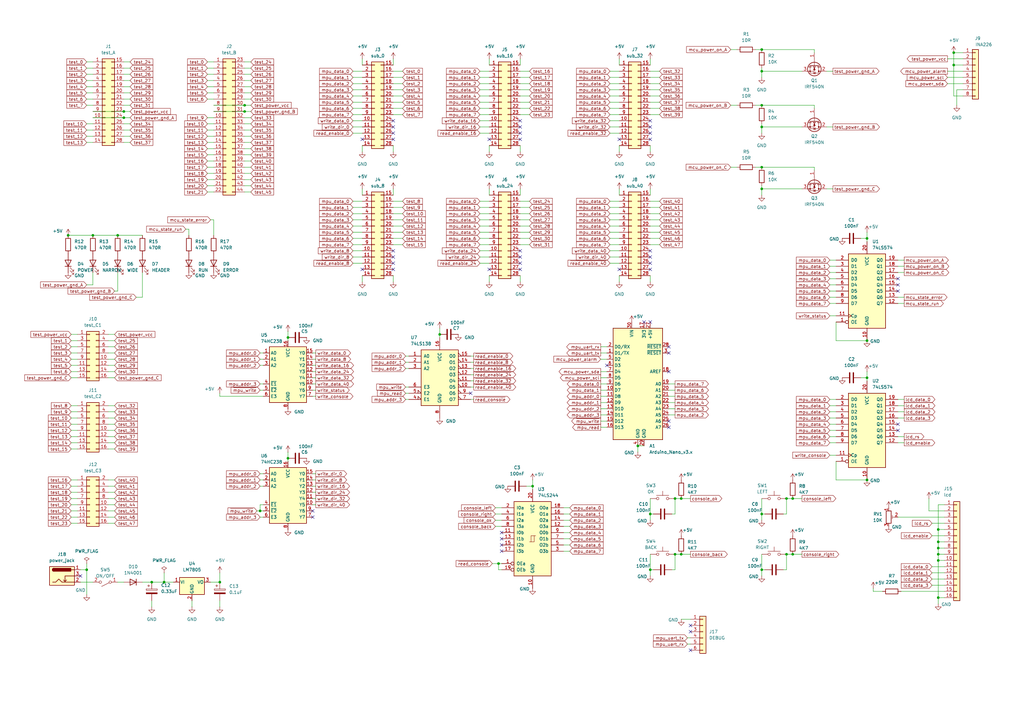
<source format=kicad_sch>
(kicad_sch (version 20250114) (generator "eeschema") (generator_version "9.0")
  (paper "A3")
  (junction (at 312.42 77.47))
  (junction (at 100.33 43.18))
  (junction (at 384.81 229.87))
  (junction (at 355.6 154.94))
  (junction (at 322.58 227.33))
  (junction (at 384.81 224.79))
  (junction (at 90.17 238.76))
  (junction (at 384.81 227.33))
  (junction (at 312.42 29.21))
  (junction (at 67.31 238.76))
  (junction (at 50.8 45.72))
  (junction (at 384.81 217.17))
  (junction (at 391.16 21.59))
  (junction (at 276.86 227.33))
  (junction (at 50.8 48.26))
  (junction (at 355.6 97.79))
  (junction (at 312.42 233.68))
  (junction (at 261.62 182.88))
  (junction (at 279.4 227.33))
  (junction (at 325.12 227.33))
  (junction (at 312.42 52.07))
  (junction (at 322.58 204.47))
  (junction (at 48.26 96.52))
  (junction (at 276.86 204.47))
  (junction (at 100.33 45.72))
  (junction (at 312.42 68.58))
  (junction (at 62.23 238.76))
  (junction (at 266.7 210.82))
  (junction (at 355.6 196.85))
  (junction (at 218.44 199.39))
  (junction (at 312.42 210.82))
  (junction (at 312.42 20.32))
  (junction (at 355.6 139.7))
  (junction (at 118.11 187.96))
  (junction (at 27.94 96.52))
  (junction (at 106.68 209.55))
  (junction (at 384.81 245.11))
  (junction (at 118.11 138.43))
  (junction (at 266.7 233.68))
  (junction (at 279.4 204.47))
  (junction (at 325.12 204.47))
  (junction (at 391.16 26.67))
  (junction (at 38.1 96.52))
  (junction (at 180.34 137.16))
  (junction (at 312.42 43.18))
  (junction (at 384.81 222.25))
  (junction (at 35.56 233.68))
  (junction (at 204.47 231.14))
  (no_connect (at 128.27 212.09))
  (no_connect (at 213.36 102.87))
  (no_connect (at 148.59 57.15))
  (no_connect (at 274.32 172.72))
  (no_connect (at 33.02 236.22))
  (no_connect (at 205.74 223.52))
  (no_connect (at 266.7 110.49))
  (no_connect (at 200.66 110.49))
  (no_connect (at 161.29 49.53))
  (no_connect (at 213.36 105.41))
  (no_connect (at 161.29 110.49))
  (no_connect (at 266.7 132.08))
  (no_connect (at 283.21 266.7))
  (no_connect (at 264.16 132.08))
  (no_connect (at 266.7 107.95))
  (no_connect (at 266.7 52.07))
  (no_connect (at 161.29 57.15))
  (no_connect (at 161.29 107.95))
  (no_connect (at 161.29 54.61))
  (no_connect (at 213.36 54.61))
  (no_connect (at 368.3 116.84))
  (no_connect (at 161.29 105.41))
  (no_connect (at 274.32 152.4))
  (no_connect (at 213.36 49.53))
  (no_connect (at 254 57.15))
  (no_connect (at 213.36 52.07))
  (no_connect (at 274.32 142.24))
  (no_connect (at 213.36 110.49))
  (no_connect (at 266.7 102.87))
  (no_connect (at 148.59 110.49))
  (no_connect (at 205.74 220.98))
  (no_connect (at 266.7 105.41))
  (no_connect (at 266.7 49.53))
  (no_connect (at 283.21 259.08))
  (no_connect (at 274.32 144.78))
  (no_connect (at 248.92 149.86))
  (no_connect (at 200.66 57.15))
  (no_connect (at 254 110.49))
  (no_connect (at 266.7 54.61))
  (no_connect (at 193.04 161.29))
  (no_connect (at 266.7 57.15))
  (no_connect (at 213.36 57.15))
  (no_connect (at 213.36 107.95))
  (no_connect (at 368.3 173.99))
  (no_connect (at 368.3 176.53))
  (no_connect (at 274.32 175.26))
  (no_connect (at 368.3 114.3))
  (no_connect (at 205.74 218.44))
  (no_connect (at 368.3 119.38))
  (no_connect (at 161.29 102.87))
  (no_connect (at 283.21 256.54))
  (no_connect (at 161.29 52.07))
  (no_connect (at 128.27 209.55))
  (no_connect (at 205.74 226.06))
  (wire (pts (xy 325.12 204.47) (xy 328.93 204.47)))
  (wire (pts (xy 128.27 194.31) (xy 129.54 194.31)))
  (wire (pts (xy 144.78 100.33) (xy 148.59 100.33)))
  (wire (pts (xy 102.87 58.42) (xy 100.33 58.42)))
  (wire (pts (xy 270.51 82.55) (xy 266.7 82.55)))
  (wire (pts (xy 62.23 248.92) (xy 62.23 246.38)))
  (wire (pts (xy 266.7 210.82) (xy 267.97 210.82)))
  (wire (pts (xy 144.78 41.91) (xy 148.59 41.91)))
  (wire (pts (xy 274.32 162.56) (xy 276.86 162.56)))
  (wire (pts (xy 387.35 245.11) (xy 384.81 245.11)))
  (wire (pts (xy 105.41 209.55) (xy 106.68 209.55)))
  (wire (pts (xy 29.21 152.4) (xy 31.75 152.4)))
  (wire (pts (xy 77.47 93.98) (xy 76.2 93.98)))
  (wire (pts (xy 53.34 43.18) (xy 50.8 43.18)))
  (wire (pts (xy 266.7 46.99) (xy 270.51 46.99)))
  (wire (pts (xy 29.21 147.32) (xy 31.75 147.32)))
  (wire (pts (xy 340.36 116.84) (xy 342.9 116.84)))
  (wire (pts (xy 85.09 60.96) (xy 87.63 60.96)))
  (wire (pts (xy 85.09 68.58) (xy 87.63 68.58)))
  (wire (pts (xy 166.37 163.83) (xy 167.64 163.83)))
  (wire (pts (xy 106.68 149.86) (xy 107.95 149.86)))
  (wire (pts (xy 203.2 210.82) (xy 205.74 210.82)))
  (wire (pts (xy 148.59 113.03) (xy 148.59 115.57)))
  (wire (pts (xy 144.78 34.29) (xy 148.59 34.29)))
  (wire (pts (xy 106.68 144.78) (xy 107.95 144.78)))
  (wire (pts (xy 276.86 204.47) (xy 279.4 204.47)))
  (wire (pts (xy 203.2 208.28) (xy 205.74 208.28)))
  (wire (pts (xy 196.85 41.91) (xy 200.66 41.91)))
  (wire (pts (xy 312.42 52.07) (xy 312.42 50.8)))
  (wire (pts (xy 217.17 85.09) (xy 213.36 85.09)))
  (wire (pts (xy 205.74 233.68) (xy 204.47 233.68)))
  (wire (pts (xy 35.56 43.18) (xy 38.1 43.18)))
  (wire (pts (xy 55.88 121.92) (xy 58.42 121.92)))
  (wire (pts (xy 215.9 199.39) (xy 218.44 199.39)))
  (wire (pts (xy 165.1 97.79) (xy 161.29 97.79)))
  (wire (pts (xy 254 77.47) (xy 254 80.01)))
  (wire (pts (xy 368.3 166.37) (xy 370.84 166.37)))
  (wire (pts (xy 35.56 233.68) (xy 35.56 243.84)))
  (wire (pts (xy 274.32 157.48) (xy 276.86 157.48)))
  (wire (pts (xy 217.17 29.21) (xy 213.36 29.21)))
  (wire (pts (xy 44.45 199.39) (xy 46.99 199.39)))
  (wire (pts (xy 217.17 41.91) (xy 213.36 41.91)))
  (wire (pts (xy 388.62 29.21) (xy 394.97 29.21)))
  (wire (pts (xy 35.56 27.94) (xy 38.1 27.94)))
  (wire (pts (xy 312.42 77.47) (xy 312.42 76.2)))
  (wire (pts (xy 388.62 31.75) (xy 394.97 31.75)))
  (wire (pts (xy 180.34 137.16) (xy 180.34 138.43)))
  (wire (pts (xy 196.85 85.09) (xy 200.66 85.09)))
  (wire (pts (xy 391.16 21.59) (xy 391.16 26.67)))
  (wire (pts (xy 38.1 48.26) (xy 50.8 48.26)))
  (wire (pts (xy 196.85 39.37) (xy 200.66 39.37)))
  (wire (pts (xy 102.87 73.66) (xy 100.33 73.66)))
  (wire (pts (xy 144.78 49.53) (xy 148.59 49.53)))
  (wire (pts (xy 165.1 31.75) (xy 161.29 31.75)))
  (wire (pts (xy 213.36 77.47) (xy 213.36 80.01)))
  (wire (pts (xy 90.17 162.56) (xy 90.17 161.29)))
  (wire (pts (xy 341.63 29.21) (xy 339.09 29.21)))
  (wire (pts (xy 270.51 97.79) (xy 266.7 97.79)))
  (wire (pts (xy 29.21 184.15) (xy 31.75 184.15)))
  (wire (pts (xy 213.36 115.57) (xy 213.36 113.03)))
  (wire (pts (xy 86.36 238.76) (xy 90.17 238.76)))
  (wire (pts (xy 180.34 134.62) (xy 180.34 137.16)))
  (wire (pts (xy 382.27 237.49) (xy 387.35 237.49)))
  (wire (pts (xy 87.63 43.18) (xy 100.33 43.18)))
  (wire (pts (xy 144.78 44.45) (xy 148.59 44.45)))
  (wire (pts (xy 144.78 102.87) (xy 148.59 102.87)))
  (wire (pts (xy 144.78 95.25) (xy 148.59 95.25)))
  (wire (pts (xy 321.31 233.68) (xy 322.58 233.68)))
  (wire (pts (xy 391.16 26.67) (xy 391.16 39.37)))
  (wire (pts (xy 217.17 39.37) (xy 213.36 39.37)))
  (wire (pts (xy 384.81 217.17) (xy 384.81 207.01)))
  (wire (pts (xy 246.38 142.24) (xy 248.92 142.24)))
  (wire (pts (xy 53.34 58.42) (xy 50.8 58.42)))
  (wire (pts (xy 87.63 90.17) (xy 86.36 90.17)))
  (wire (pts (xy 250.19 90.17) (xy 254 90.17)))
  (wire (pts (xy 44.45 196.85) (xy 46.99 196.85)))
  (wire (pts (xy 148.59 59.69) (xy 148.59 62.23)))
  (wire (pts (xy 29.21 137.16) (xy 31.75 137.16)))
  (wire (pts (xy 53.34 55.88) (xy 50.8 55.88)))
  (wire (pts (xy 381 209.55) (xy 381 204.47)))
  (wire (pts (xy 27.94 96.52) (xy 38.1 96.52)))
  (wire (pts (xy 312.42 20.32) (xy 309.88 20.32)))
  (wire (pts (xy 35.56 55.88) (xy 38.1 55.88)))
  (wire (pts (xy 194.31 146.05) (xy 193.04 146.05)))
  (wire (pts (xy 387.35 217.17) (xy 384.81 217.17)))
  (wire (pts (xy 334.01 44.45) (xy 334.01 43.18)))
  (wire (pts (xy 35.56 116.84) (xy 38.1 116.84)))
  (wire (pts (xy 106.68 207.01) (xy 106.68 209.55)))
  (wire (pts (xy 102.87 60.96) (xy 100.33 60.96)))
  (wire (pts (xy 44.45 209.55) (xy 46.99 209.55)))
  (wire (pts (xy 368.3 106.68) (xy 370.84 106.68)))
  (wire (pts (xy 368.3 163.83) (xy 370.84 163.83)))
  (wire (pts (xy 201.93 231.14) (xy 204.47 231.14)))
  (wire (pts (xy 144.78 85.09) (xy 148.59 85.09)))
  (wire (pts (xy 254 59.69) (xy 254 62.23)))
  (wire (pts (xy 102.87 53.34) (xy 100.33 53.34)))
  (wire (pts (xy 382.27 219.71) (xy 387.35 219.71)))
  (wire (pts (xy 279.4 227.33) (xy 283.21 227.33)))
  (wire (pts (xy 166.37 148.59) (xy 167.64 148.59)))
  (wire (pts (xy 250.19 41.91) (xy 254 41.91)))
  (wire (pts (xy 196.85 95.25) (xy 200.66 95.25)))
  (wire (pts (xy 196.85 87.63) (xy 200.66 87.63)))
  (wire (pts (xy 275.59 210.82) (xy 276.86 210.82)))
  (wire (pts (xy 340.36 163.83) (xy 342.9 163.83)))
  (wire (pts (xy 44.45 204.47) (xy 46.99 204.47)))
  (wire (pts (xy 161.29 24.13) (xy 161.29 26.67)))
  (wire (pts (xy 107.95 162.56) (xy 90.17 162.56)))
  (wire (pts (xy 270.51 34.29) (xy 266.7 34.29)))
  (wire (pts (xy 77.47 96.52) (xy 77.47 93.98)))
  (wire (pts (xy 35.56 53.34) (xy 38.1 53.34)))
  (wire (pts (xy 312.42 29.21) (xy 328.93 29.21)))
  (wire (pts (xy 53.34 50.8) (xy 50.8 50.8)))
  (wire (pts (xy 44.45 214.63) (xy 46.99 214.63)))
  (wire (pts (xy 118.11 185.42) (xy 118.11 187.96)))
  (wire (pts (xy 233.68 220.98) (xy 231.14 220.98)))
  (wire (pts (xy 382.27 240.03) (xy 387.35 240.03)))
  (wire (pts (xy 128.27 147.32) (xy 129.54 147.32)))
  (wire (pts (xy 106.68 199.39) (xy 107.95 199.39)))
  (wire (pts (xy 196.85 107.95) (xy 200.66 107.95)))
  (wire (pts (xy 194.31 153.67) (xy 193.04 153.67)))
  (wire (pts (xy 29.21 139.7) (xy 31.75 139.7)))
  (wire (pts (xy 29.21 204.47) (xy 31.75 204.47)))
  (wire (pts (xy 321.31 210.82) (xy 322.58 210.82)))
  (wire (pts (xy 276.86 233.68) (xy 276.86 227.33)))
  (wire (pts (xy 85.09 76.2) (xy 87.63 76.2)))
  (wire (pts (xy 355.6 97.79) (xy 355.6 99.06)))
  (wire (pts (xy 196.85 102.87) (xy 200.66 102.87)))
  (wire (pts (xy 35.56 35.56) (xy 38.1 35.56)))
  (wire (pts (xy 161.29 77.47) (xy 161.29 80.01)))
  (wire (pts (xy 196.85 34.29) (xy 200.66 34.29)))
  (wire (pts (xy 29.21 201.93) (xy 31.75 201.93)))
  (wire (pts (xy 100.33 45.72) (xy 102.87 45.72)))
  (wire (pts (xy 196.85 52.07) (xy 200.66 52.07)))
  (wire (pts (xy 35.56 231.14) (xy 35.56 233.68)))
  (wire (pts (xy 196.85 36.83) (xy 200.66 36.83)))
  (wire (pts (xy 161.29 115.57) (xy 161.29 113.03)))
  (wire (pts (xy 340.36 176.53) (xy 342.9 176.53)))
  (wire (pts (xy 85.09 53.34) (xy 87.63 53.34)))
  (wire (pts (xy 250.19 107.95) (xy 254 107.95)))
  (wire (pts (xy 90.17 234.95) (xy 90.17 238.76)))
  (wire (pts (xy 144.78 92.71) (xy 148.59 92.71)))
  (wire (pts (xy 165.1 34.29) (xy 161.29 34.29)))
  (wire (pts (xy 250.19 54.61) (xy 254 54.61)))
  (wire (pts (xy 246.38 162.56) (xy 248.92 162.56)))
  (wire (pts (xy 46.99 144.78) (xy 44.45 144.78)))
  (wire (pts (xy 391.16 26.67) (xy 394.97 26.67)))
  (wire (pts (xy 196.85 44.45) (xy 200.66 44.45)))
  (wire (pts (xy 233.68 215.9) (xy 231.14 215.9)))
  (wire (pts (xy 387.35 229.87) (xy 384.81 229.87)))
  (wire (pts (xy 161.29 100.33) (xy 165.1 100.33)))
  (wire (pts (xy 44.45 181.61) (xy 46.99 181.61)))
  (wire (pts (xy 53.34 30.48) (xy 50.8 30.48)))
  (wire (pts (xy 102.87 27.94) (xy 100.33 27.94)))
  (wire (pts (xy 384.81 245.11) (xy 384.81 247.65)))
  (wire (pts (xy 246.38 172.72) (xy 248.92 172.72)))
  (wire (pts (xy 246.38 165.1) (xy 248.92 165.1)))
  (wire (pts (xy 196.85 49.53) (xy 200.66 49.53)))
  (wire (pts (xy 254 24.13) (xy 254 26.67)))
  (wire (pts (xy 233.68 223.52) (xy 231.14 223.52)))
  (wire (pts (xy 144.78 46.99) (xy 148.59 46.99)))
  (wire (pts (xy 33.02 233.68) (xy 35.56 233.68)))
  (wire (pts (xy 392.43 36.83) (xy 392.43 43.18)))
  (wire (pts (xy 276.86 210.82) (xy 276.86 204.47)))
  (wire (pts (xy 368.3 109.22) (xy 370.84 109.22)))
  (wire (pts (xy 85.09 38.1) (xy 87.63 38.1)))
  (wire (pts (xy 100.33 66.04) (xy 102.87 66.04)))
  (wire (pts (xy 312.42 233.68) (xy 313.69 233.68)))
  (wire (pts (xy 368.3 124.46) (xy 370.84 124.46)))
  (wire (pts (xy 275.59 233.68) (xy 276.86 233.68)))
  (wire (pts (xy 196.85 46.99) (xy 200.66 46.99)))
  (wire (pts (xy 217.17 34.29) (xy 213.36 34.29)))
  (wire (pts (xy 250.19 105.41) (xy 254 105.41)))
  (wire (pts (xy 46.99 142.24) (xy 44.45 142.24)))
  (wire (pts (xy 35.56 25.4) (xy 38.1 25.4)))
  (wire (pts (xy 387.35 207.01) (xy 384.81 207.01)))
  (wire (pts (xy 165.1 41.91) (xy 161.29 41.91)))
  (wire (pts (xy 334.01 21.59) (xy 334.01 20.32)))
  (wire (pts (xy 85.09 63.5) (xy 87.63 63.5)))
  (wire (pts (xy 250.19 97.79) (xy 254 97.79)))
  (wire (pts (xy 312.42 210.82) (xy 312.42 213.36)))
  (wire (pts (xy 384.81 222.25) (xy 384.81 217.17)))
  (wire (pts (xy 85.09 73.66) (xy 87.63 73.66)))
  (wire (pts (xy 388.62 24.13) (xy 394.97 24.13)))
  (wire (pts (xy 281.94 264.16) (xy 283.21 264.16)))
  (wire (pts (xy 266.7 233.68) (xy 266.7 236.22)))
  (wire (pts (xy 85.09 58.42) (xy 87.63 58.42)))
  (wire (pts (xy 67.31 238.76) (xy 71.12 238.76)))
  (wire (pts (xy 384.81 224.79) (xy 384.81 222.25)))
  (wire (pts (xy 67.31 234.95) (xy 67.31 238.76)))
  (wire (pts (xy 165.1 29.21) (xy 161.29 29.21)))
  (wire (pts (xy 38.1 116.84) (xy 38.1 111.76)))
  (wire (pts (xy 118.11 187.96) (xy 118.11 189.23)))
  (wire (pts (xy 250.19 87.63) (xy 254 87.63)))
  (wire (pts (xy 50.8 25.4) (xy 53.34 25.4)))
  (wire (pts (xy 312.42 77.47) (xy 328.93 77.47)))
  (wire (pts (xy 250.19 31.75) (xy 254 31.75)))
  (wire (pts (xy 194.31 158.75) (xy 193.04 158.75)))
  (wire (pts (xy 233.68 210.82) (xy 231.14 210.82)))
  (wire (pts (xy 85.09 33.02) (xy 87.63 33.02)))
  (wire (pts (xy 106.68 160.02) (xy 107.95 160.02)))
  (wire (pts (xy 85.09 40.64) (xy 87.63 40.64)))
  (wire (pts (xy 53.34 53.34) (xy 50.8 53.34)))
  (wire (pts (xy 58.42 238.76) (xy 62.23 238.76)))
  (wire (pts (xy 144.78 39.37) (xy 148.59 39.37)))
  (wire (pts (xy 246.38 160.02) (xy 248.92 160.02)))
  (wire (pts (xy 233.68 208.28) (xy 231.14 208.28)))
  (wire (pts (xy 29.21 214.63) (xy 31.75 214.63)))
  (wire (pts (xy 368.3 181.61) (xy 370.84 181.61)))
  (wire (pts (xy 200.66 24.13) (xy 200.66 26.67)))
  (wire (pts (xy 270.51 44.45) (xy 266.7 44.45)))
  (wire (pts (xy 274.32 167.64) (xy 276.86 167.64)))
  (wire (pts (xy 50.8 27.94) (xy 53.34 27.94)))
  (wire (pts (xy 254 113.03) (xy 254 115.57)))
  (wire (pts (xy 166.37 151.13) (xy 167.64 151.13)))
  (wire (pts (xy 394.97 36.83) (xy 392.43 36.83)))
  (wire (pts (xy 128.27 154.94) (xy 129.54 154.94)))
  (wire (pts (xy 387.35 209.55) (xy 381 209.55)))
  (wire (pts (xy 312.42 227.33) (xy 312.42 233.68)))
  (wire (pts (xy 166.37 161.29) (xy 167.64 161.29)))
  (wire (pts (xy 165.1 39.37) (xy 161.29 39.37)))
  (wire (pts (xy 246.38 144.78) (xy 248.92 144.78)))
  (wire (pts (xy 250.19 95.25) (xy 254 95.25)))
  (wire (pts (xy 299.72 43.18) (xy 302.26 43.18)))
  (wire (pts (xy 102.87 38.1) (xy 100.33 38.1)))
  (wire (pts (xy 266.7 227.33) (xy 266.7 233.68)))
  (wire (pts (xy 85.09 30.48) (xy 87.63 30.48)))
  (wire (pts (xy 334.01 69.85) (xy 334.01 68.58)))
  (wire (pts (xy 106.68 196.85) (xy 107.95 196.85)))
  (wire (pts (xy 217.17 92.71) (xy 213.36 92.71)))
  (wire (pts (xy 340.36 171.45) (xy 342.9 171.45)))
  (wire (pts (xy 246.38 152.4) (xy 248.92 152.4)))
  (wire (pts (xy 270.51 95.25) (xy 266.7 95.25)))
  (wire (pts (xy 218.44 196.85) (xy 218.44 199.39)))
  (wire (pts (xy 87.63 96.52) (xy 87.63 90.17)))
  (wire (pts (xy 246.38 175.26) (xy 248.92 175.26)))
  (wire (pts (xy 312.42 43.18) (xy 309.88 43.18)))
  (wire (pts (xy 213.36 62.23) (xy 213.36 59.69)))
  (wire (pts (xy 29.21 196.85) (xy 31.75 196.85)))
  (wire (pts (xy 44.45 166.37) (xy 46.99 166.37)))
  (wire (pts (xy 312.42 233.68) (xy 312.42 236.22)))
  (wire (pts (xy 250.19 29.21) (xy 254 29.21)))
  (wire (pts (xy 128.27 144.78) (xy 129.54 144.78)))
  (wire (pts (xy 44.45 176.53) (xy 46.99 176.53)))
  (wire (pts (xy 322.58 233.68) (xy 322.58 227.33)))
  (wire (pts (xy 217.17 36.83) (xy 213.36 36.83)))
  (wire (pts (xy 144.78 90.17) (xy 148.59 90.17)))
  (wire (pts (xy 144.78 36.83) (xy 148.59 36.83)))
  (wire (pts (xy 102.87 63.5) (xy 100.33 63.5)))
  (wire (pts (xy 102.87 43.18) (xy 100.33 43.18)))
  (wire (pts (xy 368.3 121.92) (xy 370.84 121.92)))
  (wire (pts (xy 394.97 21.59) (xy 391.16 21.59)))
  (wire (pts (xy 312.42 43.18) (xy 334.01 43.18)))
  (wire (pts (xy 106.68 194.31) (xy 107.95 194.31)))
  (wire (pts (xy 33.02 238.76) (xy 38.1 238.76)))
  (wire (pts (xy 270.51 85.09) (xy 266.7 85.09)))
  (wire (pts (xy 35.56 30.48) (xy 38.1 30.48)))
  (wire (pts (xy 29.21 207.01) (xy 31.75 207.01)))
  (wire (pts (xy 312.42 29.21) (xy 312.42 27.94)))
  (wire (pts (xy 48.26 238.76) (xy 50.8 238.76)))
  (wire (pts (xy 106.68 147.32) (xy 107.95 147.32)))
  (wire (pts (xy 250.19 102.87) (xy 254 102.87)))
  (wire (pts (xy 102.87 76.2) (xy 100.33 76.2)))
  (wire (pts (xy 217.17 97.79) (xy 213.36 97.79)))
  (wire (pts (xy 29.21 149.86) (xy 31.75 149.86)))
  (wire (pts (xy 203.2 215.9) (xy 205.74 215.9)))
  (wire (pts (xy 358.14 242.57) (xy 358.14 241.3)))
  (wire (pts (xy 85.09 35.56) (xy 87.63 35.56)))
  (wire (pts (xy 44.45 212.09) (xy 46.99 212.09)))
  (wire (pts (xy 266.7 24.13) (xy 266.7 26.67)))
  (wire (pts (xy 29.21 176.53) (xy 31.75 176.53)))
  (wire (pts (xy 53.34 45.72) (xy 50.8 45.72)))
  (wire (pts (xy 279.4 204.47) (xy 283.21 204.47)))
  (wire (pts (xy 106.68 209.55) (xy 107.95 209.55)))
  (wire (pts (xy 62.23 238.76) (xy 67.31 238.76)))
  (wire (pts (xy 270.51 92.71) (xy 266.7 92.71)))
  (wire (pts (xy 340.36 186.69) (xy 342.9 186.69)))
  (wire (pts (xy 85.09 71.12) (xy 87.63 71.12)))
  (wire (pts (xy 44.45 154.94) (xy 46.99 154.94)))
  (wire (pts (xy 165.1 85.09) (xy 161.29 85.09)))
  (wire (pts (xy 106.68 212.09) (xy 107.95 212.09)))
  (wire (pts (xy 250.19 100.33) (xy 254 100.33)))
  (wire (pts (xy 196.85 105.41) (xy 200.66 105.41)))
  (wire (pts (xy 29.21 154.94) (xy 31.75 154.94)))
  (wire (pts (xy 144.78 87.63) (xy 148.59 87.63)))
  (wire (pts (xy 128.27 199.39) (xy 129.54 199.39)))
  (wire (pts (xy 29.21 142.24) (xy 31.75 142.24)))
  (wire (pts (xy 194.31 151.13) (xy 193.04 151.13)))
  (wire (pts (xy 165.1 92.71) (xy 161.29 92.71)))
  (wire (pts (xy 165.1 87.63) (xy 161.29 87.63)))
  (wire (pts (xy 78.74 248.92) (xy 78.74 246.38)))
  (wire (pts (xy 250.19 36.83) (xy 254 36.83)))
  (wire (pts (xy 29.21 144.78) (xy 31.75 144.78)))
  (wire (pts (xy 340.36 173.99) (xy 342.9 173.99)))
  (wire (pts (xy 196.85 82.55) (xy 200.66 82.55)))
  (wire (pts (xy 246.38 157.48) (xy 248.92 157.48)))
  (wire (pts (xy 213.36 24.13) (xy 213.36 26.67)))
  (wire (pts (xy 35.56 38.1) (xy 38.1 38.1)))
  (wire (pts (xy 246.38 170.18) (xy 248.92 170.18)))
  (wire (pts (xy 217.17 90.17) (xy 213.36 90.17)))
  (wire (pts (xy 246.38 154.94) (xy 248.92 154.94)))
  (wire (pts (xy 361.95 242.57) (xy 358.14 242.57)))
  (wire (pts (xy 340.36 166.37) (xy 342.9 166.37)))
  (wire (pts (xy 102.87 33.02) (xy 100.33 33.02)))
  (wire (pts (xy 204.47 233.68) (xy 204.47 231.14)))
  (wire (pts (xy 161.29 62.23) (xy 161.29 59.69)))
  (wire (pts (xy 53.34 40.64) (xy 50.8 40.64)))
  (wire (pts (xy 128.27 162.56) (xy 129.54 162.56)))
  (wire (pts (xy 341.63 77.47) (xy 339.09 77.47)))
  (wire (pts (xy 340.36 109.22) (xy 342.9 109.22)))
  (wire (pts (xy 355.6 154.94) (xy 355.6 156.21)))
  (wire (pts (xy 322.58 227.33) (xy 325.12 227.33)))
  (wire (pts (xy 85.09 48.26) (xy 87.63 48.26)))
  (wire (pts (xy 144.78 29.21) (xy 148.59 29.21)))
  (wire (pts (xy 340.36 106.68) (xy 342.9 106.68)))
  (wire (pts (xy 353.06 97.79) (xy 355.6 97.79)))
  (wire (pts (xy 193.04 163.83) (xy 194.31 163.83)))
  (wire (pts (xy 387.35 222.25) (xy 384.81 222.25)))
  (wire (pts (xy 165.1 44.45) (xy 161.29 44.45)))
  (wire (pts (xy 29.21 171.45) (xy 31.75 171.45)))
  (wire (pts (xy 53.34 38.1) (xy 50.8 38.1)))
  (wire (pts (xy 102.87 50.8) (xy 100.33 50.8)))
  (wire (pts (xy 35.56 58.42) (xy 38.1 58.42)))
  (wire (pts (xy 382.27 234.95) (xy 387.35 234.95)))
  (wire (pts (xy 312.42 204.47) (xy 312.42 210.82)))
  (wire (pts (xy 250.19 52.07) (xy 254 52.07)))
  (wire (pts (xy 217.17 44.45) (xy 213.36 44.45)))
  (wire (pts (xy 355.6 152.4) (xy 355.6 154.94)))
  (wire (pts (xy 382.27 232.41) (xy 387.35 232.41)))
  (wire (pts (xy 355.6 95.25) (xy 355.6 97.79)))
  (wire (pts (xy 233.68 226.06) (xy 231.14 226.06)))
  (wire (pts (xy 312.42 80.01) (xy 312.42 77.47)))
  (wire (pts (xy 266.7 204.47) (xy 266.7 210.82)))
  (wire (pts (xy 312.42 210.82) (xy 313.69 210.82)))
  (wire (pts (xy 128.27 207.01) (xy 129.54 207.01)))
  (wire (pts (xy 196.85 92.71) (xy 200.66 92.71)))
  (wire (pts (xy 144.78 107.95) (xy 148.59 107.95)))
  (wire (pts (xy 270.51 41.91) (xy 266.7 41.91)))
  (wire (pts (xy 270.51 90.17) (xy 266.7 90.17)))
  (wire (pts (xy 340.36 121.92) (xy 342.9 121.92)))
  (wire (pts (xy 340.36 111.76) (xy 342.9 111.76)))
  (wire (pts (xy 246.38 147.32) (xy 248.92 147.32)))
  (wire (pts (xy 128.27 201.93) (xy 129.54 201.93)))
  (wire (pts (xy 44.45 137.16) (xy 46.99 137.16)))
  (wire (pts (xy 85.09 55.88) (xy 87.63 55.88)))
  (wire (pts (xy 196.85 97.79) (xy 200.66 97.79)))
  (wire (pts (xy 58.42 121.92) (xy 58.42 111.76)))
  (wire (pts (xy 128.27 204.47) (xy 129.54 204.47)))
  (wire (pts (xy 279.4 254) (xy 283.21 254)))
  (wire (pts (xy 85.09 27.94) (xy 87.63 27.94)))
  (wire (pts (xy 144.78 31.75) (xy 148.59 31.75)))
  (wire (pts (xy 29.21 212.09) (xy 31.75 212.09)))
  (wire (pts (xy 85.09 66.04) (xy 87.63 66.04)))
  (wire (pts (xy 233.68 213.36) (xy 231.14 213.36)))
  (wire (pts (xy 85.09 78.74) (xy 87.63 78.74)))
  (wire (pts (xy 196.85 31.75) (xy 200.66 31.75)))
  (wire (pts (xy 340.36 119.38) (xy 342.9 119.38)))
  (wire (pts (xy 342.9 139.7) (xy 355.6 139.7)))
  (wire (pts (xy 261.62 182.88) (xy 264.16 182.88)))
  (wire (pts (xy 196.85 100.33) (xy 200.66 100.33)))
  (wire (pts (xy 299.72 68.58) (xy 302.26 68.58)))
  (wire (pts (xy 270.51 31.75) (xy 266.7 31.75)))
  (wire (pts (xy 44.45 171.45) (xy 46.99 171.45)))
  (wire (pts (xy 369.57 242.57) (xy 387.35 242.57)))
  (wire (pts (xy 85.09 25.4) (xy 87.63 25.4)))
  (wire (pts (xy 312.42 68.58) (xy 309.88 68.58)))
  (wire (pts (xy 53.34 35.56) (xy 50.8 35.56)))
  (wire (pts (xy 144.78 54.61) (xy 148.59 54.61)))
  (wire (pts (xy 250.19 34.29) (xy 254 34.29)))
  (wire (pts (xy 340.36 129.54) (xy 342.9 129.54)))
  (wire (pts (xy 148.59 24.13) (xy 148.59 26.67)))
  (wire (pts (xy 118.11 138.43) (xy 118.11 139.7)))
  (wire (pts (xy 50.8 48.26) (xy 53.34 48.26)))
  (wire (pts (xy 368.3 179.07) (xy 370.84 179.07)))
  (wire (pts (xy 107.95 207.01) (xy 106.68 207.01)))
  (wire (pts (xy 384.81 227.33) (xy 384.81 224.79)))
  (wire (pts (xy 274.32 170.18) (xy 276.86 170.18)))
  (wire (pts (xy 46.99 139.7) (xy 44.45 139.7)))
  (wire (pts (xy 102.87 30.48) (xy 100.33 30.48)))
  (wire (pts (xy 165.1 90.17) (xy 161.29 90.17)))
  (wire (pts (xy 312.42 54.61) (xy 312.42 52.07)))
  (wire (pts (xy 340.36 181.61) (xy 342.9 181.61)))
  (wire (pts (xy 312.42 68.58) (xy 334.01 68.58)))
  (wire (pts (xy 270.51 39.37) (xy 266.7 39.37)))
  (wire (pts (xy 35.56 33.02) (xy 38.1 33.02)))
  (wire (pts (xy 196.85 90.17) (xy 200.66 90.17)))
  (wire (pts (xy 38.1 96.52) (xy 48.26 96.52)))
  (wire (pts (xy 35.56 40.64) (xy 38.1 40.64)))
  (wire (pts (xy 250.19 46.99) (xy 254 46.99)))
  (wire (pts (xy 384.81 245.11) (xy 384.81 229.87)))
  (wire (pts (xy 35.56 50.8) (xy 38.1 50.8)))
  (wire (pts (xy 48.26 119.38) (xy 48.26 111.76)))
  (wire (pts (xy 387.35 224.79) (xy 384.81 224.79)))
  (wire (pts (xy 276.86 227.33) (xy 279.4 227.33)))
  (wire (pts (xy 213.36 46.99) (xy 217.17 46.99)))
  (wire (pts (xy 46.99 152.4) (xy 44.45 152.4)))
  (wire (pts (xy 299.72 20.32) (xy 302.26 20.32)))
  (wire (pts (xy 261.62 182.88) (xy 261.62 185.42)))
  (wire (pts (xy 203.2 213.36) (xy 205.74 213.36)))
  (wire (pts (xy 85.09 50.8) (xy 87.63 50.8)))
  (wire (pts (xy 144.78 105.41) (xy 148.59 105.41)))
  (wire (pts (xy 166.37 146.05) (xy 167.64 146.05)))
  (wire (pts (xy 312.42 31.75) (xy 312.42 29.21)))
  (wire (pts (xy 250.19 49.53) (xy 254 49.53)))
  (wire (pts (xy 194.31 148.59) (xy 193.04 148.59)))
  (wire (pts (xy 196.85 29.21) (xy 200.66 29.21)))
  (wire (pts (xy 144.78 52.07) (xy 148.59 52.07)))
  (wire (pts (xy 388.62 34.29) (xy 394.97 34.29)))
  (wire (pts (xy 128.27 157.48) (xy 129.54 157.48)))
  (wire (pts (xy 29.21 166.37) (xy 31.75 166.37)))
  (wire (pts (xy 100.33 40.64) (xy 102.87 40.64)))
  (wire (pts (xy 270.51 87.63) (xy 266.7 87.63)))
  (wire (pts (xy 196.85 54.61) (xy 200.66 54.61)))
  (wire (pts (xy 368.3 171.45) (xy 370.84 171.45)))
  (wire (pts (xy 250.19 92.71) (xy 254 92.71)))
  (wire (pts (xy 102.87 35.56) (xy 100.33 35.56)))
  (wire (pts (xy 266.7 62.23) (xy 266.7 59.69)))
  (wire (pts (xy 165.1 36.83) (xy 161.29 36.83)))
  (wire (pts (xy 246.38 167.64) (xy 248.92 167.64)))
  (wire (pts (xy 342.9 196.85) (xy 355.6 196.85)))
  (wire (pts (xy 250.19 85.09) (xy 254 85.09)))
  (wire (pts (xy 250.19 44.45) (xy 254 44.45)))
  (wire (pts (xy 102.87 55.88) (xy 100.33 55.88)))
  (wire (pts (xy 48.26 96.52) (xy 58.42 96.52)))
  (wire (pts (xy 106.68 157.48) (xy 107.95 157.48)))
  (wire (pts (xy 250.19 39.37) (xy 254 39.37)))
  (wire (pts (xy 102.87 25.4) (xy 100.33 25.4)))
  (wire (pts (xy 46.99 119.38) (xy 48.26 119.38)))
  (wire (pts (xy 44.45 179.07) (xy 46.99 179.07)))
  (wire (pts (xy 342.9 189.23) (xy 342.9 196.85)))
  (wire (pts (xy 341.63 52.07) (xy 339.09 52.07)))
  (wire (pts (xy 213.36 100.33) (xy 217.17 100.33)))
  (wire (pts (xy 274.32 160.02) (xy 276.86 160.02)))
  (wire (pts (xy 218.44 199.39) (xy 218.44 200.66)))
  (wire (pts (xy 382.27 214.63) (xy 387.35 214.63)))
  (wire (pts (xy 87.63 45.72) (xy 100.33 45.72)))
  (wire (pts (xy 38.1 45.72) (xy 50.8 45.72)))
  (wire (pts (xy 29.21 181.61) (xy 31.75 181.61)))
  (wire (pts (xy 128.27 149.86) (xy 129.54 149.86)))
  (wire (pts (xy 312.42 20.32) (xy 334.01 20.32)))
  (wire (pts (xy 128.27 160.02) (xy 129.54 160.02)))
  (wire (pts (xy 46.99 147.32) (xy 44.45 147.32)))
  (wire (pts (xy 144.78 82.55) (xy 148.59 82.55)))
  (wire (pts (xy 102.87 68.58) (xy 100.33 68.58)))
  (wire (pts (xy 53.34 33.02) (xy 50.8 33.02)))
  (wire (pts (xy 200.66 77.47) (xy 200.66 80.01)))
  (wire (pts (xy 102.87 71.12) (xy 100.33 71.12)))
  (wire (pts (xy 161.29 46.99) (xy 165.1 46.99)))
  (wire (pts (xy 128.27 152.4) (xy 129.54 152.4)))
  (wire (pts (xy 270.51 36.83) (xy 266.7 36.83)))
  (wire (pts (xy 384.81 229.87) (xy 384.81 227.33)))
  (wire (pts (xy 217.17 95.25) (xy 213.36 95.25)))
  (wire (pts (xy 44.45 201.93) (xy 46.99 201.93)))
  (wire (pts (xy 266.7 115.57) (xy 266.7 113.03)))
  (wire (pts (xy 29.21 173.99) (xy 31.75 173.99)))
  (wire (pts (xy 128.27 196.85) (xy 129.54 196.85)))
  (wire (pts (xy 368.3 212.09) (xy 387.35 212.09)))
  (wire (pts (xy 340.36 114.3) (xy 342.9 114.3)))
  (wire (pts (xy 368.3 168.91) (xy 370.84 168.91)))
  (wire (pts (xy 342.9 132.08) (xy 342.9 139.7)))
  (wire (pts (xy 250.19 82.55) (xy 254 82.55)))
  (wire (pts (xy 44.45 173.99) (xy 46.99 173.99)))
  (wire (pts (xy 44.45 207.01) (xy 46.99 207.01)))
  (wire (pts (xy 165.1 95.25) (xy 161.29 95.25)))
  (wire (pts (xy 144.78 97.79) (xy 148.59 97.79)))
  (wire (pts (xy 161.29 82.55) (xy 165.1 82.55)))
  (wire (pts (xy 204.47 231.14) (xy 205.74 231.14)))
  (wire (pts (xy 102.87 48.26) (xy 100.33 48.26)))
  (wire (pts (xy 29.21 168.91) (xy 31.75 168.91)))
  (wire (pts (xy 322.58 204.47) (xy 325.12 204.47)))
  (wire (pts (xy 102.87 78.74) (xy 100.33 78.74)))
  (wire (pts (xy 200.66 59.69) (xy 200.66 62.23)))
  (wire (pts (xy 387.35 227.33) (xy 384.81 227.33)))
  (wire (pts (xy 44.45 184.15) (xy 46.99 184.15)))
  (wire (pts (xy 274.32 165.1) (xy 276.86 165.1)))
  (wire (pts (xy 29.21 209.55) (xy 31.75 209.55)))
  (wire (pts (xy 233.68 218.44) (xy 231.14 218.44)))
  (wire (pts (xy 312.42 52.07) (xy 328.93 52.07)))
  (wire (pts (xy 29.21 199.39) (xy 31.75 199.39)))
  (wire (pts (xy 394.97 39.37) (xy 391.16 39.37)))
  (wire (pts (xy 217.17 87.63) (xy 213.36 87.63)))
  (wire (pts (xy 217.17 82.55) (xy 213.36 82.55)))
  (wire (pts (xy 340.36 168.91) (xy 342.9 168.91)))
  (wire (pts (xy 266.7 210.82) (xy 266.7 213.36)))
  (wire (pts (xy 281.94 261.62) (xy 283.21 261.62)))
  (wire (pts (xy 266.7 77.47) (xy 266.7 80.01)))
  (wire (pts (xy 266.7 100.33) (xy 270.51 100.33)))
  (wire (pts (xy 29.21 179.07) (xy 31.75 179.07)))
  (wire (pts (xy 325.12 227.33) (xy 328.93 227.33)))
  (wire (pts (xy 340.36 124.46) (xy 342.9 124.46)))
  (wire (pts (xy 322.58 210.82) (xy 322.58 204.47)))
  (wire (pts (xy 270.51 29.21) (xy 266.7 29.21)))
  (wire (pts (xy 353.06 154.94) (xy 355.6 154.94)))
  (wire (pts (xy 166.37 158.75) (xy 167.64 158.75)))
  (wire (pts (xy 266.7 233.68) (xy 267.97 233.68)))
  (wire (pts (xy 200.66 113.03) (xy 200.66 115.57)))
  (wire (pts (xy 46.99 149.86) (xy 44.45 149.86)))
  (wire (pts (xy 90.17 248.92) (xy 90.17 246.38)))
  (wire (pts (xy 340.36 179.07) (xy 342.9 179.07)))
  (wire (pts (xy 217.17 31.75) (xy 213.36 31.75)))
  (wire (pts (xy 118.11 135.89) (xy 118.11 138.43)))
  (wire (pts (xy 194.31 156.21) (xy 193.04 156.21)))
  (wire (pts (xy 148.59 77.47) (xy 148.59 80.01)))
  (wire (pts (xy 44.45 168.91) (xy 46.99 168.91)))
  (wire (pts (xy 368.3 111.76) (xy 370.84 111.76)))
  (global_label "mpu_data_4" (shape output) (at 276.86 165.1 0) (property "Intersheetrefs" "${INTERSHEET_REFS}" (effects (hide yes))))
  (global_label "mpu_data_3" (shape input) (at 340.36 114.3 180) (property "Intersheetrefs" "${INTERSHEET_REFS}" (effects (hide yes))))
  (global_label "mpu_data_2" (shape input) (at 250.19 34.29 180) (property "Intersheetrefs" "${INTERSHEET_REFS}" (effects (hide yes))))
  (global_label "test_17" (shape input) (at 85.09 68.58 180) (property "Intersheetrefs" "${INTERSHEET_REFS}" (effects (hide yes))))
  (global_label "console_right" (shape output) (at 328.93 227.33 0) (property "Intersheetrefs" "${INTERSHEET_REFS}" (effects (hide yes))))
  (global_label "mpu_data_3" (shape input) (at 196.85 36.83 180) (property "Intersheetrefs" "${INTERSHEET_REFS}" (effects (hide yes))))
  (global_label "mpu_data_7" (shape input) (at 250.19 46.99 180) (property "Intersheetrefs" "${INTERSHEET_REFS}" (effects (hide yes))))
  (global_label "test_12" (shape input) (at 35.56 55.88 180) (property "Intersheetrefs" "${INTERSHEET_REFS}" (effects (hide yes))))
  (global_label "~{read_console}" (shape input) (at 201.93 231.14 180) (property "Intersheetrefs" "${INTERSHEET_REFS}" (effects (hide yes))))
  (global_label "mpu_data_4" (shape input) (at 144.78 92.71 180) (property "Intersheetrefs" "${INTERSHEET_REFS}" (effects (hide yes))))
  (global_label "test_8" (shape input) (at 29.21 166.37 180) (property "Intersheetrefs" "${INTERSHEET_REFS}" (effects (hide yes))))
  (global_label "mpu_data_1" (shape input) (at 233.68 210.82 0) (property "Intersheetrefs" "${INTERSHEET_REFS}" (effects (hide yes))))
  (global_label "mpu_data_6" (shape input) (at 196.85 44.45 180) (property "Intersheetrefs" "${INTERSHEET_REFS}" (effects (hide yes))))
  (global_label "mpu_data_7" (shape input) (at 196.85 100.33 180) (property "Intersheetrefs" "${INTERSHEET_REFS}" (effects (hide yes))))
  (global_label "mpu_addr_2" (shape output) (at 246.38 167.64 180) (property "Intersheetrefs" "${INTERSHEET_REFS}" (effects (hide yes))))
  (global_label "mpu_addr_1" (shape output) (at 246.38 165.1 180) (property "Intersheetrefs" "${INTERSHEET_REFS}" (effects (hide yes))))
  (global_label "test_39" (shape input) (at 270.51 46.99 0) (property "Intersheetrefs" "${INTERSHEET_REFS}" (effects (hide yes))))
  (global_label "mpu_addr_1" (shape input) (at 106.68 196.85 180) (property "Intersheetrefs" "${INTERSHEET_REFS}" (effects (hide yes))))
  (global_label "test_35" (shape input) (at 53.34 53.34 0) (property "Intersheetrefs" "${INTERSHEET_REFS}" (effects (hide yes))))
  (global_label "test_41" (shape input) (at 270.51 85.09 0) (property "Intersheetrefs" "${INTERSHEET_REFS}" (effects (hide yes))))
  (global_label "test_18" (shape input) (at 85.09 71.12 180) (property "Intersheetrefs" "${INTERSHEET_REFS}" (effects (hide yes))))
  (global_label "test_24" (shape input) (at 102.87 25.4 0) (property "Intersheetrefs" "${INTERSHEET_REFS}" (effects (hide yes))))
  (global_label "~{read_enable_16}" (shape output) (at 194.31 151.13 0) (property "Intersheetrefs" "${INTERSHEET_REFS}" (effects (hide yes))))
  (global_label "~{read_enable_40}" (shape input) (at 250.19 107.95 180) (property "Intersheetrefs" "${INTERSHEET_REFS}" (effects (hide yes))))
  (global_label "mpu_data_0" (shape input) (at 250.19 82.55 180) (property "Intersheetrefs" "${INTERSHEET_REFS}" (effects (hide yes))))
  (global_label "test_18" (shape input) (at 217.17 34.29 0) (property "Intersheetrefs" "${INTERSHEET_REFS}" (effects (hide yes))))
  (global_label "lcd_data_0" (shape input) (at 382.27 232.41 180) (property "Intersheetrefs" "${INTERSHEET_REFS}" (effects (hide yes))))
  (global_label "test_38" (shape input) (at 270.51 44.45 0) (property "Intersheetrefs" "${INTERSHEET_REFS}" (effects (hide yes))))
  (global_label "mpu_addr_0" (shape input) (at 166.37 146.05 180) (property "Intersheetrefs" "${INTERSHEET_REFS}" (effects (hide yes))))
  (global_label "test_power_gnd_C" (shape input) (at 29.21 154.94 180) (property "Intersheetrefs" "${INTERSHEET_REFS}" (effects (hide yes))))
  (global_label "test_47" (shape input) (at 46.99 214.63 0) (property "Intersheetrefs" "${INTERSHEET_REFS}" (effects (hide yes))))
  (global_label "test_22" (shape input) (at 29.21 212.09 180) (property "Intersheetrefs" "${INTERSHEET_REFS}" (effects (hide yes))))
  (global_label "test_15" (shape input) (at 29.21 184.15 180) (property "Intersheetrefs" "${INTERSHEET_REFS}" (effects (hide yes))))
  (global_label "test_33" (shape input) (at 270.51 31.75 0) (property "Intersheetrefs" "${INTERSHEET_REFS}" (effects (hide yes))))
  (global_label "mpu_data_3" (shape output) (at 276.86 167.64 0) (property "Intersheetrefs" "${INTERSHEET_REFS}" (effects (hide yes))))
  (global_label "test_power_gnd_C" (shape output) (at 341.63 77.47 0) (property "Intersheetrefs" "${INTERSHEET_REFS}" (effects (hide yes))))
  (global_label "~{mpu_write}" (shape input) (at 106.68 160.02 180) (property "Intersheetrefs" "${INTERSHEET_REFS}" (effects (hide yes))))
  (global_label "test_5" (shape input) (at 85.09 38.1 180) (property "Intersheetrefs" "${INTERSHEET_REFS}" (effects (hide yes))))
  (global_label "mpu_data_7" (shape input) (at 196.85 46.99 180) (property "Intersheetrefs" "${INTERSHEET_REFS}" (effects (hide yes))))
  (global_label "test_37" (shape input) (at 46.99 179.07 0) (property "Intersheetrefs" "${INTERSHEET_REFS}" (effects (hide yes))))
  (global_label "lcd_data_0" (shape output) (at 370.84 163.83 0) (property "Intersheetrefs" "${INTERSHEET_REFS}" (effects (hide yes))))
  (global_label "test_21" (shape input) (at 217.17 41.91 0) (property "Intersheetrefs" "${INTERSHEET_REFS}" (effects (hide yes))))
  (global_label "test_3" (shape input) (at 165.1 36.83 0) (property "Intersheetrefs" "${INTERSHEET_REFS}" (effects (hide yes))))
  (global_label "mpu_data_2" (shape output) (at 276.86 170.18 0) (property "Intersheetrefs" "${INTERSHEET_REFS}" (effects (hide yes))))
  (global_label "test_28" (shape input) (at 102.87 35.56 0) (property "Intersheetrefs" "${INTERSHEET_REFS}" (effects (hide yes))))
  (global_label "write_dir_0" (shape output) (at 129.54 194.31 0) (property "Intersheetrefs" "${INTERSHEET_REFS}" (effects (hide yes))))
  (global_label "test_21" (shape input) (at 85.09 78.74 180) (property "Intersheetrefs" "${INTERSHEET_REFS}" (effects (hide yes))))
  (global_label "mpu_addr_3" (shape input) (at 106.68 212.09 180) (property "Intersheetrefs" "${INTERSHEET_REFS}" (effects (hide yes))))
  (global_label "mpu_data_5" (shape input) (at 250.19 95.25 180) (property "Intersheetrefs" "${INTERSHEET_REFS}" (effects (hide yes))))
  (global_label "mpu_data_0" (shape input) (at 196.85 82.55 180) (property "Intersheetrefs" "${INTERSHEET_REFS}" (effects (hide yes))))
  (global_label "test_24" (shape input) (at 217.17 82.55 0) (property "Intersheetrefs" "${INTERSHEET_REFS}" (effects (hide yes))))
  (global_label "console_ok" (shape output) (at 283.21 204.47 0) (property "Intersheetrefs" "${INTERSHEET_REFS}" (effects (hide yes))))
  (global_label "test_3" (shape input) (at 35.56 33.02 180) (property "Intersheetrefs" "${INTERSHEET_REFS}" (effects (hide yes))))
  (global_label "mpu_data_0" (shape output) (at 246.38 157.48 180) (property "Intersheetrefs" "${INTERSHEET_REFS}" (effects (hide yes))))
  (global_label "write_dir_16" (shape input) (at 196.85 52.07 180) (property "Intersheetrefs" "${INTERSHEET_REFS}" (effects (hide yes))))
  (global_label "test_35" (shape input) (at 46.99 173.99 0) (property "Intersheetrefs" "${INTERSHEET_REFS}" (effects (hide yes))))
  (global_label "mpu_data_1" (shape input) (at 196.85 31.75 180) (property "Intersheetrefs" "${INTERSHEET_REFS}" (effects (hide yes))))
  (global_label "test_power_gnd_C" (shape input) (at 46.99 154.94 0) (property "Intersheetrefs" "${INTERSHEET_REFS}" (effects (hide yes))))
  (global_label "test_36" (shape input) (at 46.99 176.53 0) (property "Intersheetrefs" "${INTERSHEET_REFS}" (effects (hide yes))))
  (global_label "mpu_data_5" (shape input) (at 340.36 119.38 180) (property "Intersheetrefs" "${INTERSHEET_REFS}" (effects (hide yes))))
  (global_label "test_43" (shape input) (at 102.87 73.66 0) (property "Intersheetrefs" "${INTERSHEET_REFS}" (effects (hide yes))))
  (global_label "mpu_data_7" (shape input) (at 144.78 46.99 180) (property "Intersheetrefs" "${INTERSHEET_REFS}" (effects (hide yes))))
  (global_label "write_dir_24" (shape output) (at 129.54 201.93 0) (property "Intersheetrefs" "${INTERSHEET_REFS}" (effects (hide yes))))
  (global_label "mpu_data_4" (shape input) (at 233.68 218.44 0) (property "Intersheetrefs" "${INTERSHEET_REFS}" (effects (hide yes))))
  (global_label "test_29" (shape input) (at 102.87 38.1 0) (property "Intersheetrefs" "${INTERSHEET_REFS}" (effects (hide yes))))
  (global_label "test_6" (shape input) (at 165.1 44.45 0) (property "Intersheetrefs" "${INTERSHEET_REFS}" (effects (hide yes))))
  (global_label "~{read_enable_24}" (shape input) (at 196.85 107.95 180) (property "Intersheetrefs" "${INTERSHEET_REFS}" (effects (hide yes))))
  (global_label "mpu_data_2" (shape input) (at 144.78 87.63 180) (property "Intersheetrefs" "${INTERSHEET_REFS}" (effects (hide yes))))
  (global_label "test_37" (shape input) (at 53.34 58.42 0) (property "Intersheetrefs" "${INTERSHEET_REFS}" (effects (hide yes))))
  (global_label "mpu_data_4" (shape input) (at 196.85 92.71 180) (property "Intersheetrefs" "${INTERSHEET_REFS}" (effects (hide yes))))
  (global_label "mcu_state_run" (shape input) (at 76.2 93.98 180) (property "Intersheetrefs" "${INTERSHEET_REFS}" (effects (hide yes))))
  (global_label "test_27" (shape input) (at 217.17 90.17 0) (property "Intersheetrefs" "${INTERSHEET_REFS}" (effects (hide yes))))
  (global_label "test_11" (shape input) (at 85.09 53.34 180) (property "Intersheetrefs" "${INTERSHEET_REFS}" (effects (hide yes))))
  (global_label "mcu_power_alarm" (shape output) (at 388.62 29.21 180) (property "Intersheetrefs" "${INTERSHEET_REFS}" (effects (hide yes))))
  (global_label "mpu_addr_3" (shape input) (at 106.68 157.48 180) (property "Intersheetrefs" "${INTERSHEET_REFS}" (effects (hide yes))))
  (global_label "mpu_data_5" (shape input) (at 233.68 220.98 0) (property "Intersheetrefs" "${INTERSHEET_REFS}" (effects (hide yes))))
  (global_label "mcu_power_on_A" (shape output) (at 370.84 106.68 0) (property "Intersheetrefs" "${INTERSHEET_REFS}" (effects (hide yes))))
  (global_label "mpu_data_6" (shape input) (at 340.36 179.07 180) (property "Intersheetrefs" "${INTERSHEET_REFS}" (effects (hide yes))))
  (global_label "test_10" (shape input) (at 165.1 87.63 0) (property "Intersheetrefs" "${INTERSHEET_REFS}" (effects (hide yes))))
  (global_label "test_2" (shape input) (at 35.56 30.48 180) (property "Intersheetrefs" "${INTERSHEET_REFS}" (effects (hide yes))))
  (global_label "mpu_data_0" (shape input) (at 144.78 29.21 180) (property "Intersheetrefs" "${INTERSHEET_REFS}" (effects (hide yes))))
  (global_label "test_45" (shape input) (at 270.51 95.25 0) (property "Intersheetrefs" "${INTERSHEET_REFS}" (effects (hide yes))))
  (global_label "mcu_power_alarm" (shape input) (at 246.38 147.32 180) (property "Intersheetrefs" "${INTERSHEET_REFS}" (effects (hide yes))))
  (global_label "write_data_0" (shape input) (at 144.78 49.53 180) (property "Intersheetrefs" "${INTERSHEET_REFS}" (effects (hide yes))))
  (global_label "test_28" (shape input) (at 217.17 92.71 0) (property "Intersheetrefs" "${INTERSHEET_REFS}" (effects (hide yes))))
  (global_label "mcu_power_on_B" (shape input) (at 299.72 43.18 180) (property "Intersheetrefs" "${INTERSHEET_REFS}" (effects (hide yes))))
  (global_label "write_dir_40" (shape output) (at 129.54 207.01 0) (property "Intersheetrefs" "${INTERSHEET_REFS}" (effects (hide yes))))
  (global_label "write_dir_16" (shape output) (at 129.54 199.39 0) (property "Intersheetrefs" "${INTERSHEET_REFS}" (effects (hide yes))))
  (global_label "test_31" (shape input) (at 217.17 100.33 0) (property "Intersheetrefs" "${INTERSHEET_REFS}" (effects (hide yes))))
  (global_label "test_34" (shape input) (at 53.34 50.8 0) (property "Intersheetrefs" "${INTERSHEET_REFS}" (effects (hide yes))))
  (global_label "test_17" (shape input) (at 217.17 31.75 0) (property "Intersheetrefs" "${INTERSHEET_REFS}" (effects (hide yes))))
  (global_label "mpu_data_1" (shape input) (at 144.78 85.09 180) (property "Intersheetrefs" "${INTERSHEET_REFS}" (effects (hide yes))))
  (global_label "mpu_data_1" (shape input) (at 250.19 85.09 180) (property "Intersheetrefs" "${INTERSHEET_REFS}" (effects (hide yes))))
  (global_label "test_30" (shape input) (at 46.99 152.4 0) (property "Intersheetrefs" "${INTERSHEET_REFS}" (effects (hide yes))))
  (global_label "test_38" (shape input) (at 102.87 60.96 0) (property "Intersheetrefs" "${INTERSHEET_REFS}" (effects (hide yes))))
  (global_label "lcd_data_3" (shape output) (at 370.84 171.45 0) (property "Intersheetrefs" "${INTERSHEET_REFS}" (effects (hide yes))))
  (global_label "test_37" (shape input) (at 102.87 58.42 0) (property "Intersheetrefs" "${INTERSHEET_REFS}" (effects (hide yes))))
  (global_label "lcd_data_2" (shape output) (at 370.84 168.91 0) (property "Intersheetrefs" "${INTERSHEET_REFS}" (effects (hide yes))))
  (global_label "test_27" (shape input) (at 53.34 33.02 0) (property "Intersheetrefs" "${INTERSHEET_REFS}" (effects (hide yes))))
  (global_label "mpu_data_4" (shape input) (at 144.78 39.37 180) (property "Intersheetrefs" "${INTERSHEET_REFS}" (effects (hide yes))))
  (global_label "write_dir_32" (shape output) (at 129.54 204.47 0) (property "Intersheetrefs" "${INTERSHEET_REFS}" (effects (hide yes))))
  (global_label "test_0" (shape input) (at 35.56 25.4 180) (property "Intersheetrefs" "${INTERSHEET_REFS}" (effects (hide yes))))
  (global_label "test_40" (shape input) (at 270.51 82.55 0) (property "Intersheetrefs" "${INTERSHEET_REFS}" (effects (hide yes))))
  (global_label "test_4" (shape input) (at 165.1 39.37 0) (property "Intersheetrefs" "${INTERSHEET_REFS}" (effects (hide yes))))
  (global_label "mcu_power_sda" (shape input) (at 388.62 34.29 180) (property "Intersheetrefs" "${INTERSHEET_REFS}" (effects (hide yes))))
  (global_label "~{read_enable_40}" (shape output) (at 194.31 158.75 0) (property "Intersheetrefs" "${INTERSHEET_REFS}" (effects (hide yes))))
  (global_label "test_47" (shape input) (at 270.51 100.33 0) (property "Intersheetrefs" "${INTERSHEET_REFS}" (effects (hide yes))))
  (global_label "test_32" (shape input) (at 46.99 166.37 0) (property "Intersheetrefs" "${INTERSHEET_REFS}" (effects (hide yes))))
  (global_label "test_9" (shape input) (at 85.09 48.26 180) (property "Intersheetrefs" "${INTERSHEET_REFS}" (effects (hide yes))))
  (global_label "test_9" (shape input) (at 29.21 168.91 180) (property "Intersheetrefs" "${INTERSHEET_REFS}" (effects (hide yes))))
  (global_label "test_18" (shape input) (at 29.21 201.93 180) (property "Intersheetrefs" "${INTERSHEET_REFS}" (effects (hide yes))))
  (global_label "test_20" (shape input) (at 217.17 39.37 0) (property "Intersheetrefs" "${INTERSHEET_REFS}" (effects (hide yes))))
  (global_label "mpu_uart_rx" (shape output) (at 246.38 142.24 180) (property "Intersheetrefs" "${INTERSHEET_REFS}" (effects (hide yes))))
  (global_label "test_30" (shape input) (at 53.34 40.64 0) (property "Intersheetrefs" "${INTERSHEET_REFS}" (effects (hide yes))))
  (global_label "test_20" (shape input) (at 85.09 76.2 180) (property "Intersheetrefs" "${INTERSHEET_REFS}" (effects (hide yes))))
  (global_label "mcu_power_on_C" (shape input) (at 299.72 68.58 180) (property "Intersheetrefs" "${INTERSHEET_REFS}" (effects (hide yes))))
  (global_label "lcd_rs" (shape output) (at 370.84 179.07 0) (property "Intersheetrefs" "${INTERSHEET_REFS}" (effects (hide yes))))
  (global_label "test_power_gnd_A" (shape output) (at 341.63 29.21 0) (property "Intersheetrefs" "${INTERSHEET_REFS}" (effects (hide yes))))
  (global_label "mpu_data_3" (shape input) (at 340.36 171.45 180) (property "Intersheetrefs" "${INTERSHEET_REFS}" (effects (hide yes))))
  (global_label "test_4" (shape input) (at 29.21 147.32 180) (property "Intersheetrefs" "${INTERSHEET_REFS}" (effects (hide yes))))
  (global_label "~{read_enable_0}" (shape input) (at 144.78 54.61 180) (property "Intersheetrefs" "${INTERSHEET_REFS}" (effects (hide yes))))
  (global_label "mpu_data_4" (shape input) (at 340.36 173.99 180) (property "Intersheetrefs" "${INTERSHEET_REFS}" (effects (hide yes))))
  (global_label "mpu_data_3" (shape input) (at 250.19 90.17 180) (property "Intersheetrefs" "${INTERSHEET_REFS}" (effects (hide yes))))
  (global_label "test_27" (shape input) (at 102.87 33.02 0) (property "Intersheetrefs" "${INTERSHEET_REFS}" (effects (hide yes))))
  (global_label "console_ok" (shape input) (at 203.2 213.36 180) (property "Intersheetrefs" "${INTERSHEET_REFS}" (effects (hide yes))))
  (global_label "lcd_data_3" (shape input) (at 382.27 240.03 180) (property "Intersheetrefs" "${INTERSHEET_REFS}" (effects (hide yes))))
  (global_label "test_32" (shape input) (at 270.51 29.21 0) (property "Intersheetrefs" "${INTERSHEET_REFS}" (effects (hide yes))))
  (global_label "test_44" (shape input) (at 46.99 207.01 0) (property "Intersheetrefs" "${INTERSHEET_REFS}" (effects (hide yes))))
  (global_label "test_30" (shape input) (at 102.87 40.64 0) (property "Intersheetrefs" "${INTERSHEET_REFS}" (effects (hide yes))))
  (global_label "lcd_rs" (shape input) (at 382.27 214.63 180) (property "Intersheetrefs" "${INTERSHEET_REFS}" (effects (hide yes))))
  (global_label "~{mpu_read}" (shape input) (at 166.37 161.29 180) (property "Intersheetrefs" "${INTERSHEET_REFS}" (effects (hide yes))))
  (global_label "write_console" (shape output) (at 129.54 162.56 0) (property "Intersheetrefs" "${INTERSHEET_REFS}" (effects (hide yes))))
  (global_label "~{read_enable_8}" (shape output) (at 194.31 148.59 0) (property "Intersheetrefs" "${INTERSHEET_REFS}" (effects (hide yes))))
  (global_label "write_data_32" (shape output) (at 129.54 154.94 0) (property "Intersheetrefs" "${INTERSHEET_REFS}" (effects (hide yes))))
  (global_label "~{mpu_write}" (shape input) (at 166.37 158.75 180) (property "Intersheetrefs" "${INTERSHEET_REFS}" (effects (hide yes))))
  (global_label "mpu_uart_rx" (shape input) (at 281.94 264.16 180) (property "Intersheetrefs" "${INTERSHEET_REFS}" (effects (hide yes))))
  (global_label "test_5" (shape input) (at 29.21 149.86 180) (property "Intersheetrefs" "${INTERSHEET_REFS}" (effects (hide yes))))
  (global_label "test_30" (shape input) (at 217.17 97.79 0) (property "Intersheetrefs" "${INTERSHEET_REFS}" (effects (hide yes))))
  (global_label "test_7" (shape input) (at 165.1 46.99 0) (property "Intersheetrefs" "${INTERSHEET_REFS}" (effects (hide yes))))
  (global_label "test_45" (shape input) (at 102.87 78.74 0) (property "Intersheetrefs" "${INTERSHEET_REFS}" (effects (hide yes))))
  (global_label "test_24" (shape input) (at 53.34 25.4 0) (property "Intersheetrefs" "${INTERSHEET_REFS}" (effects (hide yes))))
  (global_label "mpu_data_3" (shape input) (at 144.78 36.83 180) (property "Intersheetrefs" "${INTERSHEET_REFS}" (effects (hide yes))))
  (global_label "mpu_data_0" (shape input) (at 250.19 29.21 180) (property "Intersheetrefs" "${INTERSHEET_REFS}" (effects (hide yes))))
  (global_label "mpu_data_6" (shape input) (at 250.19 44.45 180) (property "Intersheetrefs" "${INTERSHEET_REFS}" (effects (hide yes))))
  (global_label "write_dir_8" (shape input) (at 144.78 105.41 180) (property "Intersheetrefs" "${INTERSHEET_REFS}" (effects (hide yes))))
  (global_label "write_dir_8" (shape output) (at 129.54 196.85 0) (property "Intersheetrefs" "${INTERSHEET_REFS}" (effects (hide yes))))
  (global_label "test_7" (shape input) (at 35.56 43.18 180) (property "Intersheetrefs" "${INTERSHEET_REFS}" (effects (hide yes))))
  (global_label "mcu_power_scl" (shape output) (at 246.38 154.94 180) (property "Intersheetrefs" "${INTERSHEET_REFS}" (effects (hide yes))))
  (global_label "test_34" (shape input) (at 46.99 171.45 0) (property "Intersheetrefs" "${INTERSHEET_REFS}" (effects (hide yes))))
  (global_label "mpu_data_3" (shape input) (at 144.78 90.17 180) (property "Intersheetrefs" "${INTERSHEET_REFS}" (effects (hide yes))))
  (global_label "~{mpu_write}" (shape input) (at 105.41 209.55 180) (property "Intersheetrefs" "${INTERSHEET_REFS}" (effects (hide yes))))
  (global_label "mpu_data_2" (shape input) (at 250.19 87.63 180) (property "Intersheetrefs" "${INTERSHEET_REFS}" (effects (hide yes))))
  (global_label "console_back" (shape input) (at 203.2 215.9 180) (property "Intersheetrefs" "${INTERSHEET_REFS}" (effects (hide yes))))
  (global_label "test_19" (shape input) (at 217.17 36.83 0) (property "Intersheetrefs" "${INTERSHEET_REFS}" (effects (hide yes))))
  (global_label "test_16" (shape input) (at 29.21 196.85 180) (property "Intersheetrefs" "${INTERSHEET_REFS}" (effects (hide yes))))
  (global_label "test_16" (shape input) (at 85.09 66.04 180) (property "Intersheetrefs" "${INTERSHEET_REFS}" (effects (hide yes))))
  (global_label "test_11" (shape input) (at 165.1 90.17 0) (property "Intersheetrefs" "${INTERSHEET_REFS}" (effects (hide yes))))
  (global_label "test_19" (shape input) (at 85.09 73.66 180) (property "Intersheetrefs" "${INTERSHEET_REFS}" (effects (hide yes))))
  (global_label "mpu_data_1" (shape input) (at 196.85 85.09 180) (property "Intersheetrefs" "${INTERSHEET_REFS}" (effects (hide yes))))
  (global_label "test_3" (shape input) (at 29.21 144.78 180) (property "Intersheetrefs" "${INTERSHEET_REFS}" (effects (hide yes))))
  (global_label "write_dir_0" (shape input) (at 144.78 52.07 180) (property "Intersheetrefs" "${INTERSHEET_REFS}" (effects (hide yes))))
  (global_label "~{read_enable_24}" (shape output) (at 194.31 153.67 0) (property "Intersheetrefs" "${INTERSHEET_REFS}" (effects (hide yes))))
  (global_label "test_45" (shape input) (at 46.99 209.55 0) (property "Intersheetrefs" "${INTERSHEET_REFS}" (effects (hide yes))))
  (global_label "test_6" (shape input) (at 29.21 152.4 180) (property "Intersheetrefs" "${INTERSHEET_REFS}" (effects (hide yes))))
  (global_label "test_28" (shape input) (at 53.34 35.56 0) (property "Intersheetrefs" "${INTERSHEET_REFS}" (effects (hide yes))))
  (global_label "write_data_8" (shape input) (at 144.78 102.87 180) (property "Intersheetrefs" "${INTERSHEET_REFS}" (effects (hide yes))))
  (global_label "mcu_power_on_A" (shape input) (at 299.72 20.32 180) (property "Intersheetrefs" "${INTERSHEET_REFS}" (effects (hide yes))))
  (global_label "test_21" (shape input) (at 29.21 209.55 180) (property "Intersheetrefs" "${INTERSHEET_REFS}" (effects (hide yes))))
  (global_label "test_2" (shape input) (at 165.1 34.29 0) (property "Intersheetrefs" "${INTERSHEET_REFS}" (effects (hide yes))))
  (global_label "test_0" (shape input) (at 85.09 25.4 180) (property "Intersheetrefs" "${INTERSHEET_REFS}" (effects (hide yes))))
  (global_label "test_34" (shape input) (at 270.51 34.29 0) (property "Intersheetrefs" "${INTERSHEET_REFS}" (effects (hide yes))))
  (global_label "test_41" (shape input) (at 102.87 68.58 0) (property "Intersheetrefs" "${INTERSHEET_REFS}" (effects (hide yes))))
  (global_label "test_4" (shape input) (at 35.56 35.56 180) (property "Intersheetrefs" "${INTERSHEET_REFS}" (effects (hide yes))))
  (global_label "console_right" (shape input) (at 203.2 210.82 180) (property "Intersheetrefs" "${INTERSHEET_REFS}" (effects (hide yes))))
  (global_label "test_1" (shape input) (at 85.09 27.94 180) (property "Intersheetrefs" "${INTERSHEET_REFS}" (effects (hide yes))))
  (global_label "mpu_data_6" (shape input) (at 250.19 97.79 180) (property "Intersheetrefs" "${INTERSHEET_REFS}" (effects (hide yes))))
  (global_label "test_1" (shape input) (at 165.1 31.75 0) (property "Intersheetrefs" "${INTERSHEET_REFS}" (effects (hide yes))))
  (global_label "mpu_data_1" (shape output) (at 246.38 160.02 180) (property "Intersheetrefs" "${INTERSHEET_REFS}" (effects (hide yes))))
  (global_label "test_15" (shape input) (at 85.09 63.5 180) (property "Intersheetrefs" "${INTERSHEET_REFS}" (effects (hide yes))))
  (global_label "test_26" (shape input) (at 46.99 142.24 0) (property "Intersheetrefs" "${INTERSHEET_REFS}" (effects (hide yes))))
  (global_label "mpu_addr_2" (shape input) (at 106.68 149.86 180) (property "Intersheetrefs" "${INTERSHEET_REFS}" (effects (hide yes))))
  (global_label "mpu_data_6" (shape input) (at 196.85 97.79 180) (property "Intersheetrefs" "${INTERSHEET_REFS}" (effects (hide yes))))
  (global_label "test_power_vcc" (shape input) (at 46.99 137.16 0) (property "Intersheetrefs" "${INTERSHEET_REFS}" (effects (hide yes))))
  (global_label "mpu_data_6" (shape input) (at 144.78 97.79 180) (property "Intersheetrefs" "${INTERSHEET_REFS}" (effects (hide yes))))
  (global_label "lcd_enable" (shape output) (at 370.84 181.61 0) (property "Intersheetrefs" "${INTERSHEET_REFS}" (effects (hide yes))))
  (global_label "test_power_vcc" (shape input) (at 29.21 137.16 180) (property "Intersheetrefs" "${INTERSHEET_REFS}" (effects (hide yes))))
  (global_label "~{read_console}" (shape output) (at 194.31 163.83 0) (property "Intersheetrefs" "${INTERSHEET_REFS}" (effects (hide yes))))
  (global_label "test_35" (shape input) (at 102.87 53.34 0) (property "Intersheetrefs" "${INTERSHEET_REFS}" (effects (hide yes))))
  (global_label "write_dir_24" (shape input) (at 196.85 105.41 180) (property "Intersheetrefs" "${INTERSHEET_REFS}" (effects (hide yes))))
  (global_label "mpu_addr_2" (shape input) (at 166.37 151.13 180) (property "Intersheetrefs" "${INTERSHEET_REFS}" (effects (hide yes))))
  (global_label "write_data_16" (shape output) (at 129.54 149.86 0) (property "Intersheetrefs" "${INTERSHEET_REFS}" (effects (hide yes))))
  (global_label "test_23" (shape input) (at 217.17 46.99 0) (property "Intersheetrefs" "${INTERSHEET_REFS}" (effects (hide yes))))
  (global_label "mpu_data_5" (shape input) (at 340.36 176.53 180) (property "Intersheetrefs" "${INTERSHEET_REFS}" (effects (hide yes))))
  (global_label "test_46" (shape input) (at 270.51 97.79 0) (property "Intersheetrefs" "${INTERSHEET_REFS}" (effects (hide yes))))
  (global_label "test_25" (shape input) (at 53.34 27.94 0) (property "Intersheetrefs" "${INTERSHEET_REFS}" (effects (hide yes))))
  (global_label "test_6" (shape input) (at 85.09 40.64 180) (property "Intersheetrefs" "${INTERSHEET_REFS}" (effects (hide yes))))
  (global_label "write_data_24" (shape input) (at 196.85 102.87 180) (property "Intersheetrefs" "${INTERSHEET_REFS}" (effects (hide yes))))
  (global_label "test_15" (shape input) (at 165.1 100.33 0) (property "Intersheetrefs" "${INTERSHEET_REFS}" (effects (hide yes))))
  (global_label "mpu_data_4" (shape input) (at 196.85 39.37 180) (property "Intersheetrefs" "${INTERSHEET_REFS}" (effects (hide yes))))
  (global_label "mpu_addr_0" (shape output) (at 246.38 162.56 180) (property "Intersheetrefs" "${INTERSHEET_REFS}" (effects (hide yes))))
  (global_label "test_46" (shape input) (at 46.99 212.09 0) (property "Intersheetrefs" "${INTERSHEET_REFS}" (effects (hide yes))))
  (global_label "write_status" (shape output) (at 129.54 160.02 0) (property "Intersheetrefs" "${INTERSHEET_REFS}" (effects (hide yes))))
  (global_label "test_0" (shape input) (at 165.1 29.21 0) (property "Intersheetrefs" "${INTERSHEET_REFS}" (effects (hide yes))))
  (global_label "test_23" (shape input) (at 29.21 214.63 180) (property "Intersheetrefs" "${INTERSHEET_REFS}" (effects (hide yes))))
  (global_label "mpu_data_1" (shape input) (at 340.36 166.37 180) (property "Intersheetrefs" "${INTERSHEET_REFS}" (effects (hide yes))))
  (global_label "test_13" (shape input) (at 35.56 58.42 180) (property "Intersheetrefs" "${INTERSHEET_REFS}" (effects (hide yes))))
  (global_label "mpu_data_5" (shape input) (at 196.85 95.25 180) (property "Intersheetrefs" "${INTERSHEET_REFS}" (effects (hide yes))))
  (global_label "mpu_data_6" (shape output) (at 276.86 160.02 0) (property "Intersheetrefs" "${INTERSHEET_REFS}" (effects (hide yes))))
  (global_label "test_10" (shape input) (at 29.21 171.45 180) (property "Intersheetrefs" "${INTERSHEET_REFS}" (effects (hide yes))))
  (global_label "mcu_power_on_C" (shape output) (at 370.84 111.76 0) (property "Intersheetrefs" "${INTERSHEET_REFS}" (effects (hide yes))))
  (global_label "test_38" (shape input) (at 46.99 181.61 0) (property "Intersheetrefs" "${INTERSHEET_REFS}" (effects (hide yes))))
  (global_label "~{read_enable_32}" (shape output) (at 194.31 156.21 0) (property "Intersheetrefs" "${INTERSHEET_REFS}" (effects (hide yes))))
  (global_label "mpu_data_5" (shape input) (at 144.78 41.91 180) (property "Intersheetrefs" "${INTERSHEET_REFS}" (effects (hide yes))))
  (global_label "mpu_data_7" (shape input) (at 144.78 100.33 180) (property "Intersheetrefs" "${INTERSHEET_REFS}" (effects (hide yes))))
  (global_label "test_27" (shape input) (at 46.99 144.78 0) (property "Intersheetrefs" "${INTERSHEET_REFS}" (effects (hide yes))))
  (global_label "mpu_addr_0" (shape input) (at 106.68 194.31 180) (property "Intersheetrefs" "${INTERSHEET_REFS}" (effects (hide yes))))
  (global_label "test_29" (shape input) (at 46.99 149.86 0) (property "Intersheetrefs" "${INTERSHEET_REFS}" (effects (hide yes))))
  (global_label "mpu_addr_1" (shape input) (at 106.68 147.32 180) (property "Intersheetrefs" "${INTERSHEET_REFS}" (effects (hide yes))))
  (global_label "mpu_data_0" (shape input) (at 144.78 82.55 180) (property "Intersheetrefs" "${INTERSHEET_REFS}" (effects (hide yes))))
  (global_label "test_13" (shape input) (at 29.21 179.07 180) (property "Intersheetrefs" "${INTERSHEET_REFS}" (effects (hide yes))))
  (global_label "~{read_enable_0}" (shape output) (at 194.31 146.05 0) (property "Intersheetrefs" "${INTERSHEET_REFS}" (effects (hide yes))))
  (global_label "mpu_addr_2" (shape input) (at 106.68 199.39 180) (property "Intersheetrefs" "${INTERSHEET_REFS}" (effects (hide yes))))
  (global_label "test_40" (shape input) (at 46.99 196.85 0) (property "Intersheetrefs" "${INTERSHEET_REFS}" (effects (hide yes))))
  (global_label "test_25" (shape input) (at 217.17 85.09 0) (property "Intersheetrefs" "${INTERSHEET_REFS}" (effects (hide yes))))
  (global_label "test_power_vcc" (shape output) (at 388.62 24.13 180) (property "Intersheetrefs" "${INTERSHEET_REFS}" (effects (hide yes))))
  (global_label "test_2" (shape input) (at 85.09 30.48 180) (property "Intersheetrefs" "${INTERSHEET_REFS}" (effects (hide yes))))
  (global_label "~{read_enable_16}" (shape input) (at 196.85 54.61 180) (property "Intersheetrefs" "${INTERSHEET_REFS}" (effects (hide yes))))
  (global_label "test_31" (shape input) (at 53.34 43.18 0) (property "Intersheetrefs" "${INTERSHEET_REFS}" (effects (hide yes))))
  (global_label "test_power_gnd_C" (shape input) (at 55.88 121.92 180) (property "Intersheetrefs" "${INTERSHEET_REFS}" (effects (hide yes))))
  (global_label "test_43" (shape input) (at 46.99 204.47 0) (property "Intersheetrefs" "${INTERSHEET_REFS}" (effects (hide yes))))
  (global_label "test_power_gnd_B" (shape input) (at 102.87 45.72 0) (property "Intersheetrefs" "${INTERSHEET_REFS}" (effects (hide yes))))
  (global_label "test_35" (shape input) (at 270.51 36.83 0) (property "Intersheetrefs" "${INTERSHEET_REFS}" (effects (hide yes))))
  (global_label "test_26" (shape input) (at 53.34 30.48 0) (property "Intersheetrefs" "${INTERSHEET_REFS}" (effects (hide yes))))
  (global_label "write_data_0" (shape output) (at 129.54 144.78 0) (property "Intersheetrefs" "${INTERSHEET_REFS}" (effects (hide yes))))
  (global_label "write_status" (shape input) (at 340.36 129.54 180) (property "Intersheetrefs" "${INTERSHEET_REFS}" (effects (hide yes))))
  (global_label "test_33" (shape input) (at 102.87 48.26 0) (property "Intersheetrefs" "${INTERSHEET_REFS}" (effects (hide yes))))
  (global_label "test_power_gnd_A" (shape input) (at 35.56 116.84 180) (property "Intersheetrefs" "${INTERSHEET_REFS}" (effects (hide yes))))
  (global_label "test_39" (shape input) (at 46.99 184.15 0) (property "Intersheetrefs" "${INTERSHEET_REFS}" (effects (hide yes))))
  (global_label "test_16" (shape input) (at 217.17 29.21 0) (property "Intersheetrefs" "${INTERSHEET_REFS}" (effects (hide yes))))
  (global_label "test_power_gnd_A" (shape input) (at 53.34 48.26 0) (property "Intersheetrefs" "${INTERSHEET_REFS}" (effects (hide yes))))
  (global_label "mpu_data_2" (shape input) (at 196.85 34.29 180) (property "Intersheetrefs" "${INTERSHEET_REFS}" (effects (hide yes))))
  (global_label "mpu_uart_tx" (shape input) (at 281.94 261.62 180) (property "Intersheetrefs" "${INTERSHEET_REFS}" (effects (hide yes))))
  (global_label "write_data_40" (shape input) (at 250.19 102.87 180) (property "Intersheetrefs" "${INTERSHEET_REFS}" (effects (hide yes))))
  (global_label "test_11" (shape input) (at 35.56 53.34 180) (property "Intersheetrefs" "${INTERSHEET_REFS}" (effects (hide yes))))
  (global_label "test_2" (shape input) (at 29.21 142.24 180) (property "Intersheetrefs" "${INTERSHEET_REFS}" (effects (hide yes))))
  (global_label "test_42" (shape input) (at 102.87 71.12 0) (property "Intersheetrefs" "${INTERSHEET_REFS}" (effects (hide yes))))
  (global_label "test_43" (shape input) (at 270.51 90.17 0) (property "Intersheetrefs" "${INTERSHEET_REFS}" (effects (hide yes))))
  (global_label "mpu_data_5" (shape input) (at 144.78 95.25 180) (property "Intersheetrefs" "${INTERSHEET_REFS}" (effects (hide yes))))
  (global_label "mpu_data_0" (shape input) (at 340.36 163.83 180) (property "Intersheetrefs" "${INTERSHEET_REFS}" (effects (hide yes))))
  (global_label "mpu_data_0" (shape input) (at 233.68 208.28 0) (property "Intersheetrefs" "${INTERSHEET_REFS}" (effects (hide yes))))
  (global_label "test_13" (shape input) (at 85.09 58.42 180) (property "Intersheetrefs" "${INTERSHEET_REFS}" (effects (hide yes))))
  (global_label "test_34" (shape input) (at 102.87 50.8 0) (property "Intersheetrefs" "${INTERSHEET_REFS}" (effects (hide yes))))
  (global_label "test_power_vcc" (shape input) (at 53.34 45.72 0) (property "Intersheetrefs" "${INTERSHEET_REFS}" (effects (hide yes))))
  (global_label "~{read_enable_32}" (shape input) (at 250.19 54.61 180) (property "Intersheetrefs" "${INTERSHEET_REFS}" (effects (hide yes))))
  (global_label "test_29" (shape input) (at 53.34 38.1 0) (property "Intersheetrefs" "${INTERSHEET_REFS}" (effects (hide yes))))
  (global_label "test_5" (shape input) (at 35.56 38.1 180) (property "Intersheetrefs" "${INTERSHEET_REFS}" (effects (hide yes))))
  (global_label "mpu_addr_3" (shape output) (at 246.38 170.18 180) (property "Intersheetrefs" "${INTERSHEET_REFS}" (effects (hide yes))))
  (global_label "test_14" (shape input) (at 85.09 60.96 180) (property "Intersheetrefs" "${INTERSHEET_REFS}" (effects (hide yes))))
  (global_label "mpu_data_1" (shape input) (at 144.78 31.75 180) (property "Intersheetrefs" "${INTERSHEET_REFS}" (effects (hide yes))))
  (global_label "test_14" (shape input) (at 29.21 181.61 180) (property "Intersheetrefs" "${INTERSHEET_REFS}" (effects (hide yes))))
  (global_label "mcu_power_on_B" (shape output) (at 370.84 109.22 0) (property "Intersheetrefs" "${INTERSHEET_REFS}" (effects (hide yes))))
  (global_label "test_29" (shape input) (at 217.17 95.25 0) (property "Intersheetrefs" "${INTERSHEET_REFS}" (effects (hide yes))))
  (global_label "test_10" (shape input) (at 35.56 50.8 180) (property "Intersheetrefs" "${INTERSHEET_REFS}" (effects (hide yes))))
  (global_label "~{read_enable_8}" (shape input) (at 144.78 107.95 180) (property "Intersheetrefs" "${INTERSHEET_REFS}" (effects (hide yes))))
  (global_label "test_1" (shape input) (at 29.21 139.7 180) (property "Intersheetrefs" "${INTERSHEET_REFS}" (effects (hide yes))))
  (global_label "write_data_40" (shape output) (at 129.54 157.48 0) (property "Intersheetrefs" "${INTERSHEET_REFS}" (effects (hide yes))))
  (global_label "test_26" (shape input) (at 102.87 30.48 0) (property "Intersheetrefs" "${INTERSHEET_REFS}" (effects (hide yes))))
  (global_label "mpu_data_7" (shape output) (at 276.86 157.48 0) (property "Intersheetrefs" "${INTERSHEET_REFS}" (effects (hide yes))))
  (global_label "test_44" (shape input) (at 270.51 92.71 0) (property "Intersheetrefs" "${INTERSHEET_REFS}" (effects (hide yes))))
  (global_label "mcu_state_error" (shape output) (at 370.84 121.92 0) (property "Intersheetrefs" "${INTERSHEET_REFS}" (effects (hide yes))))
  (global_label "mpu_data_3" (shape input) (at 250.19 36.83 180) (property "Intersheetrefs" "${INTERSHEET_REFS}" (effects (hide yes))))
  (global_label "write_data_24" (shape output) (at 129.54 152.4 0) (property "Intersheetrefs" "${INTERSHEET_REFS}" (effects (hide yes))))
  (global_label "mpu_data_2" (shape input) (at 340.36 111.76 180) (property "Intersheetrefs" "${INTERSHEET_REFS}" (effects (hide yes))))
  (global_label "write_data_16" (shape input) (at 196.85 49.53 180) (property "Intersheetrefs" "${INTERSHEET_REFS}" (effects (hide yes))))
  (global_label "mpu_data_3" (shape input) (at 196.85 90.17 180) (property "Intersheetrefs" "${INTERSHEET_REFS}" (effects (hide yes))))
  (global_label "test_5" (shape input) (at 165.1 41.91 0) (property "Intersheetrefs" "${INTERSHEET_REFS}" (effects (hide yes))))
  (global_label "test_25" (shape input) (at 102.87 27.94 0) (property "Intersheetrefs" "${INTERSHEET_REFS}" (effects (hide yes))))
  (global_label "test_33" (shape input) (at 46.99 168.91 0) (property "Intersheetrefs" "${INTERSHEET_REFS}" (effects (hide yes))))
  (global_label "mpu_data_5" (shape output) (at 276.86 162.56 0) (property "Intersheetrefs" "${INTERSHEET_REFS}" (effects (hide yes))))
  (global_label "test_25" (shape input) (at 46.99 139.7 0) (property "Intersheetrefs" "${INTERSHEET_REFS}" (effects (hide yes))))
  (global_label "test_19" (shape input) (at 29.21 204.47 180) (property "Intersheetrefs" "${INTERSHEET_REFS}" (effects (hide yes))))
  (global_label "mpu_addr_3" (shape input) (at 166.37 163.83 180) (property "Intersheetrefs" "${INTERSHEET_REFS}" (effects (hide yes))))
  (global_label "test_22" (shape input) (at 217.17 44.45 0) (property "Intersheetrefs" "${INTERSHEET_REFS}" (effects (hide yes))))
  (global_label "test_10" (shape input) (at 85.09 50.8 180) (property "Intersheetrefs" "${INTERSHEET_REFS}" (effects (hide yes))))
  (global_label "mpu_data_0" (shape input) (at 340.36 106.68 180) (property "Intersheetrefs" "${INTERSHEET_REFS}" (effects (hide yes))))
  (global_label "mpu_data_2" (shape input) (at 144.78 34.29 180) (property "Intersheetrefs" "${INTERSHEET_REFS}" (effects (hide yes))))
  (global_label "test_4" (shape input) (at 85.09 35.56 180) (property "Intersheetrefs" "${INTERSHEET_REFS}" (effects (hide yes))))
  (global_label "~{mpu_read}" (shape output) (at 246.38 175.26 180) (property "Intersheetrefs" "${INTERSHEET_REFS}" (effects (hide yes))))
  (global_label "test_12" (shape input) (at 165.1 92.71 0) (property "Intersheetrefs" "${INTERSHEET_REFS}" (effects (hide yes))))
  (global_label "lcd_enable" (shape input) (at 382.27 219.71 180) (property "Intersheetrefs" "${INTERSHEET_REFS}" (effects (hide yes))))
  (global_label "write_dir_32" (shape input) (at 250.19 52.07 180) (property "Intersheetrefs" "${INTERSHEET_REFS}" (effects (hide yes))))
  (global_label "mpu_data_7" (shape input) (at 250.19 100.33 180) (property "Intersheetrefs" "${INTERSHEET_REFS}" (effects (hide yes))))
  (global_label "test_8" (shape input) (at 165.1 82.55 0) (property "Intersheetrefs" "${INTERSHEET_REFS}" (effects (hide yes))))
  (global_label "test_11" (shape input) (at 29.21 173.99 180) (property "Intersheetrefs" "${INTERSHEET_REFS}" (effects (hide yes))))
  (global_label "mpu_data_5" (shape input) (at 196.85 41.91 180) (property "Intersheetrefs" "${INTERSHEET_REFS}" (effects (hide yes))))
  (global_label "mpu_data_6" (shape input) (at 144.78 44.45 180) (property "Intersheetrefs" "${INTERSHEET_REFS}" (effects (hide yes))))
  (global_label "write_dir_40" (shape input) (at 250.19 105.41 180) (property "Intersheetrefs" "${INTERSHEET_REFS}" (effects (hide yes))))
  (global_label "mcu_power_scl" (shape input) (at 388.62 31.75 180) (property "Intersheetrefs" "${INTERSHEET_REFS}" (effects (hide yes))))
  (global_label "test_28" (shape input) (at 46.99 147.32 0) (property "Intersheetrefs" "${INTERSHEET_REFS}" (effects (hide yes))))
  (global_label "mpu_data_2" (shape input) (at 340.36 168.91 180) (property "Intersheetrefs" "${INTERSHEET_REFS}" (effects (hide yes))))
  (global_label "mpu_data_0" (shape input) (at 196.85 29.21 180) (property "Intersheetrefs" "${INTERSHEET_REFS}" (effects (hide yes))))
  (global_label "test_power_gnd_B" (shape output) (at 341.63 52.07 0) (property "Intersheetrefs" "${INTERSHEET_REFS}" (effects (hide yes))))
  (global_label "test_9" (shape input) (at 165.1 85.09 0) (property "Intersheetrefs" "${INTERSHEET_REFS}" (effects (hide yes))))
  (global_label "test_17" (shape input) (at 29.21 199.39 180) (property "Intersheetrefs" "${INTERSHEET_REFS}" (effects (hide yes))))
  (global_label "console_left" (shape input) (at 203.2 208.28 180) (property "Intersheetrefs" "${INTERSHEET_REFS}" (effects (hide yes))))
  (global_label "mpu_addr_0" (shape input) (at 106.68 144.78 180) (property "Intersheetrefs" "${INTERSHEET_REFS}" (effects (hide yes))))
  (global_label "mpu_data_4" (shape input) (at 250.19 39.37 180) (property "Intersheetrefs" "${INTERSHEET_REFS}" (effects (hide yes))))
  (global_label "write_data_32" (shape input) (at 250.19 49.53 180) (property "Intersheetrefs" "${INTERSHEET_REFS}" (effects (hide yes))))
  (global_label "mpu_uart_tx" (shape output) (at 246.38 144.78 180) (property "Intersheetrefs" "${INTERSHEET_REFS}" (effects (hide yes))))
  (global_label "test_20" (shape input) (at 29.21 207.01 180) (property "Intersheetrefs" "${INTERSHEET_REFS}" (effects (hide yes))))
  (global_label "mcu_power_sda" (shape output) (at 246.38 152.4 180) (property "Intersheetrefs" "${INTERSHEET_REFS}" (effects (hide yes))))
  (global_label "test_12" (shape input) (at 85.09 55.88 180) (property "Intersheetrefs" "${INTERSHEET_REFS}" (effects (hide yes))))
  (global_label "test_12" (shape input) (at 29.21 176.53 180) (property "Intersheetrefs" "${INTERSHEET_REFS}" (effects (hide yes))))
  (global_label "lcd_data_2" (shape input) (at 382.27 237.49 180) (property "Intersheetrefs" "${INTERSHEET_REFS}" (effects (hide yes))))
  (global_label "write_data_8" (shape output) (at 129.54 147.32 0) (property "Intersheetrefs" "${INTERSHEET_REFS}" (effects (hide yes))))
  (global_label "test_power_gnd_B" (shape input) (at 46.99 119.38 180) (property "Intersheetrefs" "${INTERSHEET_REFS}" (effects (hide yes))))
  (global_label "mpu_data_7" (shape input) (at 340.36 181.61 180) (property "Intersheetrefs" "${INTERSHEET_REFS}" (effects (hide yes))))
  (global_label "mpu_data_1" (shape input) (at 250.19 31.75 180) (property "Intersheetrefs" "${INTERSHEET_REFS}" (effects (hide yes))))
  (global_label "mpu_data_3" (shape input) (at 233.68 215.9 0) (property "Intersheetrefs" "${INTERSHEET_REFS}" (effects (hide yes))))
  (global_label "test_36" (shape input) (at 53.34 55.88 0) (property "Intersheetrefs" "${INTERSHEET_REFS}" (effects (hide yes))))
  (global_label "test_14" (shape input) (at 165.1 97.79 0) (property "Intersheetrefs" "${INTERSHEET_REFS}" (effects (hide yes))))
  (global_label "test_13" (shape input) (at 165.1 95.25 0) (property "Intersheetrefs" "${INTERSHEET_REFS}" (effects (hide yes))))
  (global_label "console_back" (shape output) (at 283.21 227.33 0) (property "Intersheetrefs" "${INTERSHEET_REFS}" (effects (hide yes))))
  (global_label "test_3" (shape input) (at 85.09 33.02 180) (property "Intersheetrefs" "${INTERSHEET_REFS}" (effects (hide yes))))
  (global_label "mcu_state_run" (shape output) (at 370.84 124.46 0) (property "Intersheetrefs" "${INTERSHEET_REFS}" (effects (hide yes))))
  (global_label "test_40" (shape input) (at 102.87 66.04 0) (property "Intersheetrefs" "${INTERSHEET_REFS}" (effects (hide yes))))
  (global_label "lcd_data_1" (shape input) (at 382.27 234.95 180) (property "Intersheetrefs" "${INTERSHEET_REFS}" (effects (hide yes))))
  (global_label "test_41" (shape input) (at 46.99 199.39 0) (property "Intersheetrefs" "${INTERSHEET_REFS}" (effects (hide yes))))
  (global_label "test_42" (shape input) (at 46.99 201.93 0) (property "Intersheetrefs" "${INTERSHEET_REFS}" (effects (hide yes))))
  (global_label "test_37" (shape input) (at 270.51 41.91 0) (property "Intersheetrefs" "${INTERSHEET_REFS}" (effects (hide yes))))
  (global_label "test_26" (shape input) (at 217.17 87.63 0) (property "Intersheetrefs" "${INTERSHEET_REFS}" (effects (hide yes))))
  (global_label "mpu_data_4" (shape input) (at 340.36 116.84 180) (property "Intersheetrefs" "${INTERSHEET_REFS}" (effects (hide yes))))
  (global_label "test_42" (shape input) (at 270.51 87.63 0) (property "Intersheetrefs" "${INTERSHEET_REFS}" (effects (hide yes))))
  (global_label "test_power_vcc" (shape input) (at 102.87 43.18 0) (property "Intersheetrefs" "${INTERSHEET_REFS}" (effects (hide yes))))
  (global_label "mpu_data_2" (shape input) (at 196.85 87.63 180) (property "Intersheetrefs" "${INTERSHEET_REFS}" (effects (hide yes))))
  (global_label "~{mpu_write}" (shape output) (at 246.38 172.72 180) (property "Intersheetrefs" "${INTERSHEET_REFS}" (effects (hide yes))))
  (global_label "test_39" (shape input) (at 102.87 63.5 0) (property "Intersheetrefs" "${INTERSHEET_REFS}" (effects (hide yes))))
  (global_label "mpu_data_5" (shape input) (at 250.19 41.91 180) (property "Intersheetrefs" "${INTERSHEET_REFS}" (effects (hide yes))))
  (global_label "test_1" (shape input) (at 35.56 27.94 180) (property "Intersheetrefs" "${INTERSHEET_REFS}" (effects (hide yes))))
  (global_label "mpu_data_7" (shape input) (at 340.36 124.46 180) (property "Intersheetrefs" "${INTERSHEET_REFS}" (effects (hide yes))))
  (global_label "mpu_data_6" (shape input) (at 233.68 223.52 0) (property "Intersheetrefs" "${INTERSHEET_REFS}" (effects (hide yes))))
  (global_label "test_36" (shape input) (at 270.51 39.37 0) (property "Intersheetrefs" "${INTERSHEET_REFS}" (effects (hide yes))))
  (global_label "test_6" (shape input) (at 35.56 40.64 180) (property "Intersheetrefs" "${INTERSHEET_REFS}" (effects (hide yes))))
  (global_label "console_left" (shape output) (at 328.93 204.47 0) (property "Intersheetrefs" "${INTERSHEET_REFS}" (effects (hide yes))))
  (global_label "lcd_data_1" (shape output) (at 370.84 166.37 0) (property "Intersheetrefs" "${INTERSHEET_REFS}" (effects (hide yes))))
  (global_label "mcu_state_error" (shape input) (at 86.36 90.17 180) (property "Intersheetrefs" "${INTERSHEET_REFS}" (effects (hide yes))))
  (global_label "write_console" (shape input) (at 340.36 186.69 180) (property "Intersheetrefs" "${INTERSHEET_REFS}" (effects (hide yes))))
  (global_label "test_36" (shape input) (at 102.87 55.88 0) (property "Intersheetrefs" "${INTERSHEET_REFS}" (effects (hide yes))))
  (global_label "mpu_data_1" (shape input) (at 340.36 109.22 180) (property "Intersheetrefs" "${INTERSHEET_REFS}" (effects (hide yes))))
  (global_label "mpu_data_2" (shape input) (at 233.68 213.36 0) (property "Intersheetrefs" "${INTERSHEET_REFS}" (effects (hide yes))))
  (global_label "mpu_data_7" (shape input) (at 233.68 226.06 0) (property "Intersheetrefs" "${INTERSHEET_REFS}" (effects (hide yes))))
  (global_label "mpu_addr_1" (shape input) (at 166.37 148.59 180) (property "Intersheetrefs" "${INTERSHEET_REFS}" (effects (hide yes))))
  (global_label "mpu_data_6" (shape input) (at 340.36 121.92 180) (property "Intersheetrefs" "${INTERSHEET_REFS}" (effects (hide yes))))
  (global_label "test_44" (shape input) (at 102.87 76.2 0) (property "Intersheetrefs" "${INTERSHEET_REFS}" (effects (hide yes))))
  (global_label "mpu_data_4" (shape input) (at 250.19 92.71 180) (property "Intersheetrefs" "${INTERSHEET_REFS}" (effects (hide yes))))
  (symbol (lib_id "power:+5V") (at 254 24.13 0) (unit 1)
    (property "Reference" "#PWR017" (effects (hide yes)))
    (property "Value" "+5V" (at 254 19.05 0))
    (property "Description" "Power symbol creates a global label with name \"+5V\"" (effects (hide yes)))
  )
  (symbol (lib_id "Device:C") (at 317.5 233.68 90) (unit 1)
    (property "Reference" "C9" (at 309.626 229.616 90))
    (property "Value" "100nF" (at 309.626 232.156 90))
    (property "Footprint" "Capacitor_THT:C_Disc_D4.7mm_W2.5mm_P5.00mm" (effects (hide yes)))
    (property "Description" "Unpolarized capacitor" (effects (hide yes)))
  )
  (symbol (lib_id "power:+5V") (at 118.11 135.89 0) (mirror y) (unit 1)
    (property "Reference" "#PWR043" (effects (hide yes)))
    (property "Value" "+5V" (at 111.76 134.112 0) (effects (justify right)))
    (property "Description" "Power symbol creates a global label with name \"+5V\"" (effects (hide yes)))
  )
  (symbol (lib_id "power:+5V") (at 266.7 24.13 0) (unit 1)
    (property "Reference" "#PWR021" (effects (hide yes)))
    (property "Value" "+5V" (at 266.7 19.05 0))
    (property "Description" "Power symbol creates a global label with name \"+5V\"" (effects (hide yes)))
  )
  (symbol (lib_id "Connector_Generic:Conn_02x08_Odd_Even") (at 36.83 144.78 0) (unit 1)
    (property "Reference" "J10" (at 38.1 130.81 0))
    (property "Value" "test_C1" (at 38.1 133.35 0))
    (property "Footprint" "Connector_PinHeader_2.54mm:PinHeader_2x08_P2.54mm_Vertical" (effects (hide yes)))
    (property "Description" "Generic connector, double row, 02x08, odd/even pin numbering scheme (row 1 odd numbers, row 2 even numbers), script generated (kicad-library-utils/schlib/autogen/connector/)" (effects (hide yes)))
  )
  (symbol (lib_id "power:GND") (at 148.59 115.57 0) (unit 1)
    (property "Reference" "#PWR02" (effects (hide yes)))
    (property "Value" "GND" (at 148.59 120.65 0))
    (property "Description" "Power symbol creates a global label with name \"GND\" , ground" (effects (hide yes)))
  )
  (symbol (lib_id "power:GND") (at 87.63 111.76 0) (mirror y) (unit 1)
    (property "Reference" "#PWR072" (effects (hide yes)))
    (property "Value" "GND" (at 90.17 113.0299 0) (effects (justify right)))
    (property "Description" "Power symbol creates a global label with name \"GND\" , ground" (effects (hide yes)))
  )
  (symbol (lib_id "power:GND") (at 27.94 111.76 0) (mirror y) (unit 1)
    (property "Reference" "#PWR030" (effects (hide yes)))
    (property "Value" "GND" (at 30.48 113.0299 0) (effects (justify right)))
    (property "Description" "Power symbol creates a global label with name \"GND\" , ground" (effects (hide yes)))
  )
  (symbol (lib_id "power:+5V") (at 355.6 95.25 0) (mirror y) (unit 1)
    (property "Reference" "#PWR034" (effects (hide yes)))
    (property "Value" "+5V" (at 356.108 92.964 0) (effects (justify right)))
    (property "Description" "Power symbol creates a global label with name \"+5V\"" (effects (hide yes)))
  )
  (symbol (lib_id "power:+5V") (at 391.16 21.59 0) (unit 1)
    (property "Reference" "#PWR026" (effects (hide yes)))
    (property "Value" "+5V" (at 391.16 16.51 0))
    (property "Description" "Power symbol creates a global label with name \"+5V\"" (effects (hide yes)))
  )
  (symbol (lib_id "Connector_Generic:Conn_02x08_Odd_Even") (at 36.83 173.99 0) (unit 1)
    (property "Reference" "J11" (at 38.1 160.02 0))
    (property "Value" "test_C2" (at 38.1 162.56 0))
    (property "Footprint" "Connector_PinHeader_2.54mm:PinHeader_2x08_P2.54mm_Vertical" (effects (hide yes)))
    (property "Description" "Generic connector, double row, 02x08, odd/even pin numbering scheme (row 1 odd numbers, row 2 even numbers), script generated (kicad-library-utils/schlib/autogen/connector/)" (effects (hide yes)))
  )
  (symbol (lib_id "74xx:74HC238") (at 118.11 204.47 0) (unit 1)
    (property "Reference" "U6" (at 106.934 186.944 0) (effects (justify left)))
    (property "Value" "74HC238" (at 106.934 189.484 0) (effects (justify left)))
    (property "Footprint" "Package_DIP:DIP-16_W7.62mm" (effects (hide yes)))
    (property "Datasheet" "https://www.ti.com/lit/ds/symlink/cd74hc238.pdf" (effects (hide yes)))
    (property "Description" "3-to-8 line decoder/multiplexer, DIP-16/SOIC-16/SSOP-16" (effects (hide yes)))
  )
  (symbol (lib_id "Device:R") (at 365.76 242.57 90) (unit 1)
    (property "Reference" "R7" (at 365.76 236.22 90))
    (property "Value" "220R" (at 365.76 238.76 90))
    (property "Footprint" "Resistor_THT:R_Axial_DIN0207_L6.3mm_D2.5mm_P7.62mm_Horizontal" (effects (hide yes)))
    (property "Description" "Resistor" (effects (hide yes)))
  )
  (symbol (lib_id "Switch:SW_SPST") (at 43.18 238.76 180) (unit 1)
    (property "Reference" "SW5" (at 43.18 233.68 0))
    (property "Value" "ON/OFF" (at 43.18 236.22 0))
    (property "Footprint" "power_switch:jrx" (effects (hide yes)))
    (property "Description" "Single Pole Single Throw (SPST) switch" (effects (hide yes)))
  )
  (symbol (lib_id "Device:R") (at 312.42 24.13 180) (unit 1)
    (property "Reference" "R2" (at 314.96 22.8599 0) (effects (justify right)))
    (property "Value" "10K" (at 314.96 25.3999 0) (effects (justify right)))
    (property "Footprint" "Resistor_THT:R_Axial_DIN0207_L6.3mm_D2.5mm_P7.62mm_Horizontal" (effects (hide yes)))
    (property "Description" "Resistor" (effects (hide yes)))
  )
  (symbol (lib_id "power:GND") (at 90.17 248.92 0) (unit 1)
    (property "Reference" "#PWR05" (effects (hide yes)))
    (property "Value" "GND" (at 90.17 254 0))
    (property "Description" "Power symbol creates a global label with name \"GND\" , ground" (effects (hide yes)))
  )
  (symbol (lib_id "Device:C") (at 121.92 187.96 270) (mirror x) (unit 1)
    (property "Reference" "C6" (at 126.238 185.42 90) (effects (justify right)))
    (property "Value" "100nF" (at 128.524 183.134 90) (effects (justify right)))
    (property "Footprint" "Capacitor_THT:C_Disc_D4.7mm_W2.5mm_P5.00mm" (effects (hide yes)))
    (property "Description" "Unpolarized capacitor" (effects (hide yes)))
  )
  (symbol (lib_id "power:GND") (at 364.49 215.9 0) (mirror y) (unit 1)
    (property "Reference" "#PWR059" (effects (hide yes)))
    (property "Value" "GND" (at 365.76 216.154 0) (effects (justify right)))
    (property "Description" "Power symbol creates a global label with name \"GND\" , ground" (effects (hide yes)))
  )
  (symbol (lib_id "power:+5V") (at 218.44 196.85 0) (mirror y) (unit 1)
    (property "Reference" "#PWR041" (effects (hide yes)))
    (property "Value" "+5V" (at 218.948 194.564 0) (effects (justify right)))
    (property "Description" "Power symbol creates a global label with name \"+5V\"" (effects (hide yes)))
  )
  (symbol (lib_id "Device:C") (at 349.25 154.94 90) (unit 1)
    (property "Reference" "C2" (at 349.25 147.32 90))
    (property "Value" "100nF" (at 349.25 149.86 90))
    (property "Footprint" "Capacitor_THT:C_Disc_D4.7mm_W2.5mm_P5.00mm" (effects (hide yes)))
    (property "Description" "Unpolarized capacitor" (effects (hide yes)))
  )
  (symbol (lib_id "Device:R") (at 87.63 100.33 0) (unit 1)
    (property "Reference" "R17" (at 90.17 99.0599 0) (effects (justify left)))
    (property "Value" "470R" (at 90.17 101.5999 0) (effects (justify left)))
    (property "Footprint" "Resistor_THT:R_Axial_DIN0207_L6.3mm_D2.5mm_P7.62mm_Horizontal" (effects (hide yes)))
    (property "Description" "Resistor" (effects (hide yes)))
  )
  (symbol (lib_id "Connector_Generic:Conn_01x06") (at 288.29 259.08 0) (unit 1)
    (property "Reference" "J17" (at 290.83 259.0799 0) (effects (justify left)))
    (property "Value" "DEBUG" (at 290.83 261.6199 0) (effects (justify left)))
    (property "Footprint" "Connector_PinSocket_2.54mm:PinSocket_1x06_P2.54mm_Vertical" (effects (hide yes)))
    (property "Description" "Generic connector, single row, 01x06, script generated (kicad-library-utils/schlib/autogen/connector/)" (effects (hide yes)))
  )
  (symbol (lib_id "74xx:74LS574") (at 355.6 176.53 0) (unit 1)
    (property "Reference" "U2" (at 357.7433 156.21 0) (effects (justify left)))
    (property "Value" "74LS574" (at 357.7433 158.75 0) (effects (justify left)))
    (property "Footprint" "Package_DIP:DIP-20_W7.62mm" (effects (hide yes)))
    (property "Datasheet" "http://www.ti.com/lit/gpn/sn74LS574" (effects (hide yes)))
    (property "Description" "8-bit Register, 3-state outputs" (effects (hide yes)))
  )
  (symbol (lib_id "Device:LED") (at 87.63 107.95 90) (unit 1)
    (property "Reference" "D9" (at 91.44 108.2674 90) (effects (justify right)))
    (property "Value" "ERROR" (at 91.44 110.8074 90) (effects (justify right)))
    (property "Footprint" "LED_THT:LED_D5.0mm" (effects (hide yes)))
    (property "Description" "Light emitting diode" (effects (hide yes)))
    (property "Sim.Pins" "1=K 2=A" (effects (hide yes)))
  )
  (symbol (lib_id "Device:C") (at 271.78 233.68 90) (unit 1)
    (property "Reference" "C11" (at 263.906 229.616 90))
    (property "Value" "100nF" (at 263.906 232.156 90))
    (property "Footprint" "Capacitor_THT:C_Disc_D4.7mm_W2.5mm_P5.00mm" (effects (hide yes)))
    (property "Description" "Unpolarized capacitor" (effects (hide yes)))
  )
  (symbol (lib_id "Device:C") (at 121.92 138.43 270) (mirror x) (unit 1)
    (property "Reference" "C5" (at 126.238 135.89 90) (effects (justify right)))
    (property "Value" "100nF" (at 128.524 133.604 90) (effects (justify right)))
    (property "Footprint" "Capacitor_THT:C_Disc_D4.7mm_W2.5mm_P5.00mm" (effects (hide yes)))
    (property "Description" "Unpolarized capacitor" (effects (hide yes)))
  )
  (symbol (lib_id "power:+5V") (at 148.59 24.13 0) (unit 1)
    (property "Reference" "#PWR054" (effects (hide yes)))
    (property "Value" "+5V" (at 148.59 19.05 0))
    (property "Description" "Power symbol creates a global label with name \"+5V\"" (effects (hide yes)))
  )
  (symbol (lib_id "Device:R_Potentiometer_Trim") (at 364.49 212.09 0) (unit 1)
    (property "Reference" "RV1" (at 361.95 210.8199 0) (effects (justify right)))
    (property "Value" "10K" (at 361.95 213.3599 0) (effects (justify right)))
    (property "Footprint" "Potentiometer_THT:Potentiometer_ACP_CA9-H5_Horizontal" (effects (hide yes)))
    (property "Description" "Trim-potentiometer" (effects (hide yes)))
  )
  (symbol (lib_id "power:GND") (at 266.7 62.23 0) (unit 1)
    (property "Reference" "#PWR022" (effects (hide yes)))
    (property "Value" "GND" (at 266.7 67.31 0))
    (property "Description" "Power symbol creates a global label with name \"GND\" , ground" (effects (hide yes)))
  )
  (symbol (lib_id "power:GND") (at 312.42 54.61 0) (unit 1)
    (property "Reference" "#PWR03" (effects (hide yes)))
    (property "Value" "GND" (at 312.42 59.69 0))
    (property "Description" "Power symbol creates a global label with name \"GND\" , ground" (effects (hide yes)))
  )
  (symbol (lib_id "power:PWR_FLAG") (at 35.56 231.14 0) (unit 1)
    (property "Reference" "#FLG01" (effects (hide yes)))
    (property "Value" "PWR_FLAG" (at 35.56 226.06 0))
    (property "Description" "Special symbol for telling ERC where power comes from" (effects (hide yes)))
  )
  (symbol (lib_id "power:+5V") (at 355.6 152.4 0) (mirror y) (unit 1)
    (property "Reference" "#PWR038" (effects (hide yes)))
    (property "Value" "+5V" (at 356.108 150.114 0) (effects (justify right)))
    (property "Description" "Power symbol creates a global label with name \"+5V\"" (effects (hide yes)))
  )
  (symbol (lib_id "Connector_Generic:Conn_02x22_Top_Bottom") (at 92.71 50.8 0) (unit 1)
    (property "Reference" "J2" (at 93.98 19.05 0))
    (property "Value" "test_B" (at 93.98 21.59 0))
    (property "Footprint" "edge_connector:male-edge-connector-44" (effects (hide yes)))
    (property "Description" "Generic connector, double row, 02x22, top/bottom pin numbering scheme (row 1: 1...pins_per_row, row2: pins_per_row+1 ... num_pins), script generated (kicad-library-utils/schlib/autogen/connector/)" (effects (hide yes)))
  )
  (symbol (lib_id "Device:LED") (at 58.42 107.95 90) (unit 1)
    (property "Reference" "D7" (at 62.23 108.2674 90) (effects (justify right)))
    (property "Value" "HEADER" (at 62.23 110.8074 90) (effects (justify right)))
    (property "Footprint" "LED_THT:LED_D5.0mm" (effects (hide yes)))
    (property "Description" "Light emitting diode" (effects (hide yes)))
    (property "Sim.Pins" "1=K 2=A" (effects (hide yes)))
  )
  (symbol (lib_id "power:GND") (at 78.74 248.92 0) (unit 1)
    (property "Reference" "#PWR070" (effects (hide yes)))
    (property "Value" "GND" (at 78.74 254 0))
    (property "Description" "Power symbol creates a global label with name \"GND\" , ground" (effects (hide yes)))
  )
  (symbol (lib_id "power:+5V") (at 118.11 185.42 0) (mirror y) (unit 1)
    (property "Reference" "#PWR047" (effects (hide yes)))
    (property "Value" "+5V" (at 111.76 183.642 0) (effects (justify right)))
    (property "Description" "Power symbol creates a global label with name \"+5V\"" (effects (hide yes)))
  )
  (symbol (lib_id "power:GND") (at 266.7 115.57 0) (unit 1)
    (property "Reference" "#PWR024" (effects (hide yes)))
    (property "Value" "GND" (at 266.7 120.65 0))
    (property "Description" "Power symbol creates a global label with name \"GND\" , ground" (effects (hide yes)))
  )
  (symbol (lib_id "74xx:74LS138") (at 180.34 153.67 0) (unit 1)
    (property "Reference" "U7" (at 168.402 138.43 0) (effects (justify left)))
    (property "Value" "74LS138" (at 168.402 140.97 0) (effects (justify left)))
    (property "Footprint" "Package_DIP:DIP-16_W7.62mm" (effects (hide yes)))
    (property "Datasheet" "http://www.ti.com/lit/gpn/sn74LS138" (effects (hide yes)))
    (property "Description" "Decoder 3 to 8 active low outputs" (effects (hide yes)))
  )
  (symbol (lib_id "power:GND") (at 187.96 137.16 0) (mirror y) (unit 1)
    (property "Reference" "#PWR050" (effects (hide yes)))
    (property "Value" "GND" (at 190.5 138.4299 0) (effects (justify right)))
    (property "Description" "Power symbol creates a global label with name \"GND\" , ground" (effects (hide yes)))
  )
  (symbol (lib_id "power:+5V") (at 213.36 77.47 0) (unit 1)
    (property "Reference" "#PWR015" (effects (hide yes)))
    (property "Value" "+5V" (at 213.36 72.39 0))
    (property "Description" "Power symbol creates a global label with name \"+5V\"" (effects (hide yes)))
  )
  (symbol (lib_id "power:+5V") (at 279.4 196.85 0) (mirror y) (unit 1)
    (property "Reference" "#PWR067" (effects (hide yes)))
    (property "Value" "+5V" (at 279.908 194.564 0) (effects (justify right)))
    (property "Description" "Power symbol creates a global label with name \"+5V\"" (effects (hide yes)))
  )
  (symbol (lib_id "Connector:Barrel_Jack_Switch") (at 25.4 236.22 0) (unit 1)
    (property "Reference" "J18" (at 25.4 227.33 0))
    (property "Value" "power_jack" (at 25.4 229.87 0))
    (property "Footprint" "Connector_BarrelJack:BarrelJack_Horizontal" (effects (hide yes)))
    (property "Description" "DC Barrel Jack with an internal switch" (effects (hide yes)))
  )
  (symbol (lib_id "Connector_Generic:Conn_02x14_Top_Bottom") (at 43.18 40.64 0) (unit 1)
    (property "Reference" "J1" (at 44.45 19.05 0))
    (property "Value" "test_A" (at 44.45 21.59 0))
    (property "Footprint" "edge_connector:male-edge-connector-28" (effects (hide yes)))
    (property "Description" "Generic connector, double row, 02x14, top/bottom pin numbering scheme (row 1: 1...pins_per_row, row2: pins_per_row+1 ... num_pins), script generated (kicad-library-utils/schlib/autogen/connector/)" (effects (hide yes)))
  )
  (symbol (lib_id "Device:R") (at 279.4 223.52 0) (unit 1)
    (property "Reference" "R11" (at 281.94 222.2499 0) (effects (justify left)))
    (property "Value" "4K7" (at 281.94 224.7899 0) (effects (justify left)))
    (property "Footprint" "Resistor_THT:R_Axial_DIN0207_L6.3mm_D2.5mm_P7.62mm_Horizontal" (effects (hide yes)))
    (property "Description" "Resistor" (effects (hide yes)))
  )
  (symbol (lib_id "Device:R") (at 77.47 100.33 0) (unit 1)
    (property "Reference" "R16" (at 80.01 99.0599 0) (effects (justify left)))
    (property "Value" "470R" (at 80.01 101.5999 0) (effects (justify left)))
    (property "Footprint" "Resistor_THT:R_Axial_DIN0207_L6.3mm_D2.5mm_P7.62mm_Horizontal" (effects (hide yes)))
    (property "Description" "Resistor" (effects (hide yes)))
  )
  (symbol (lib_id "power:+5V") (at 364.49 208.28 0) (mirror y) (unit 1)
    (property "Reference" "#PWR058" (effects (hide yes)))
    (property "Value" "+5V" (at 364.998 205.994 0) (effects (justify right)))
    (property "Description" "Power symbol creates a global label with name \"+5V\"" (effects (hide yes)))
  )
  (symbol (lib_id "MCU_Module:Arduino_Nano_v3.x") (at 261.62 157.48 0) (unit 1)
    (property "Reference" "A1" (at 266.3033 182.88 0) (effects (justify left)))
    (property "Value" "Arduino_Nano_v3.x" (at 266.3033 185.42 0) (effects (justify left)))
    (property "Footprint" "Module:Arduino_Nano" (effects (hide yes)))
    (property "Datasheet" "http://www.mouser.com/pdfdocs/Gravitech_Arduino_Nano3_0.pdf" (effects (hide yes)))
    (property "Description" "Arduino Nano v3.x" (effects (hide yes)))
  )
  (symbol (lib_id "power:+5V") (at 180.34 134.62 0) (mirror y) (unit 1)
    (property "Reference" "#PWR049" (effects (hide yes)))
    (property "Value" "+5V" (at 173.99 132.842 0) (effects (justify right)))
    (property "Description" "Power symbol creates a global label with name \"+5V\"" (effects (hide yes)))
  )
  (symbol (lib_id "power:+5V") (at 213.36 24.13 0) (unit 1)
    (property "Reference" "#PWR013" (effects (hide yes)))
    (property "Value" "+5V" (at 213.36 19.05 0))
    (property "Description" "Power symbol creates a global label with name \"+5V\"" (effects (hide yes)))
  )
  (symbol (lib_id "Connector_Generic:Conn_02x14_Top_Bottom") (at 153.67 95.25 0) (unit 1)
    (property "Reference" "J4" (at 154.94 73.66 0))
    (property "Value" "sub_8" (at 154.94 76.2 0))
    (property "Footprint" "edge_connector:male-edge-connector-28" (effects (hide yes)))
    (property "Description" "Generic connector, double row, 02x14, top/bottom pin numbering scheme (row 1: 1...pins_per_row, row2: pins_per_row+1 ... num_pins), script generated (kicad-library-utils/schlib/autogen/connector/)" (effects (hide yes)))
  )
  (symbol (lib_id "power:GND") (at 254 115.57 0) (unit 1)
    (property "Reference" "#PWR020" (effects (hide yes)))
    (property "Value" "GND" (at 254 120.65 0))
    (property "Description" "Power symbol creates a global label with name \"GND\" , ground" (effects (hide yes)))
  )
  (symbol (lib_id "power:GND") (at 384.81 247.65 0) (mirror y) (unit 1)
    (property "Reference" "#PWR056" (effects (hide yes)))
    (property "Value" "GND" (at 386.08 247.904 0) (effects (justify right)))
    (property "Description" "Power symbol creates a global label with name \"GND\" , ground" (effects (hide yes)))
  )
  (symbol (lib_id "Connector_Generic:Conn_02x14_Top_Bottom") (at 205.74 95.25 0) (unit 1)
    (property "Reference" "J6" (at 207.01 73.66 0))
    (property "Value" "sub_24" (at 207.01 76.2 0))
    (property "Footprint" "edge_connector:male-edge-connector-28" (effects (hide yes)))
    (property "Description" "Generic connector, double row, 02x14, top/bottom pin numbering scheme (row 1: 1...pins_per_row, row2: pins_per_row+1 ... num_pins), script generated (kicad-library-utils/schlib/autogen/connector/)" (effects (hide yes)))
  )
  (symbol (lib_id "power:GND") (at 161.29 115.57 0) (unit 1)
    (property "Reference" "#PWR07" (effects (hide yes)))
    (property "Value" "GND" (at 161.29 120.65 0))
    (property "Description" "Power symbol creates a global label with name \"GND\" , ground" (effects (hide yes)))
  )
  (symbol (lib_id "power:GND") (at 148.59 62.23 0) (unit 1)
    (property "Reference" "#PWR053" (effects (hide yes)))
    (property "Value" "GND" (at 148.59 67.31 0))
    (property "Description" "Power symbol creates a global label with name \"GND\" , ground" (effects (hide yes)))
  )
  (symbol (lib_id "Connector_Generic:Conn_01x08") (at 400.05 29.21 0) (unit 1)
    (property "Reference" "J9" (at 399.796 15.748 0) (effects (justify left)))
    (property "Value" "INA226" (at 400.05 18.288 0) (effects (justify left)))
    (property "Footprint" "Connector_PinSocket_2.54mm:PinSocket_1x08_P2.54mm_Vertical" (effects (hide yes)))
    (property "Description" "Generic connector, single row, 01x08, script generated (kicad-library-utils/schlib/autogen/connector/)" (effects (hide yes)))
  )
  (symbol (lib_id "power:GND") (at 312.42 31.75 0) (unit 1)
    (property "Reference" "#PWR027" (effects (hide yes)))
    (property "Value" "GND" (at 312.42 36.83 0))
    (property "Description" "Power symbol creates a global label with name \"GND\" , ground" (effects (hide yes)))
  )
  (symbol (lib_id "power:+5V") (at 148.59 77.47 0) (unit 1)
    (property "Reference" "#PWR01" (effects (hide yes)))
    (property "Value" "+5V" (at 148.59 72.39 0))
    (property "Description" "Power symbol creates a global label with name \"+5V\"" (effects (hide yes)))
  )
  (symbol (lib_id "power:+5V") (at 325.12 219.71 0) (mirror y) (unit 1)
    (property "Reference" "#PWR064" (effects (hide yes)))
    (property "Value" "+5V" (at 325.628 217.424 0) (effects (justify right)))
    (property "Description" "Power symbol creates a global label with name \"+5V\"" (effects (hide yes)))
  )
  (symbol (lib_id "Transistor_FET:IRF540N") (at 334.01 49.53 270) (unit 1)
    (property "Reference" "Q2" (at 334.01 55.88 90))
    (property "Value" "IRF540N" (at 334.01 58.42 90))
    (property "Footprint" "Package_TO_SOT_THT:TO-220-3_Vertical" (effects (hide yes)))
    (property "Datasheet" "http://www.irf.com/product-info/datasheets/data/irf540n.pdf" (effects (hide yes)))
    (property "Description" "33A Id, 100V Vds, HEXFET N-Channel MOSFET, TO-220" (effects (hide yes)))
  )
  (symbol (lib_id "power:+5V") (at 27.94 96.52 0) (mirror y) (unit 1)
    (property "Reference" "#PWR029" (effects (hide yes)))
    (property "Value" "+5V" (at 21.59 94.742 0) (effects (justify right)))
    (property "Description" "Power symbol creates a global label with name \"+5V\"" (effects (hide yes)))
  )
  (symbol (lib_id "power:GND") (at 312.42 236.22 0) (mirror y) (unit 1)
    (property "Reference" "#PWR063" (effects (hide yes)))
    (property "Value" "GND" (at 307.086 236.474 0) (effects (justify right)))
    (property "Description" "Power symbol creates a global label with name \"GND\" , ground" (effects (hide yes)))
  )
  (symbol (lib_id "Device:LED") (at 38.1 107.95 90) (unit 1)
    (property "Reference" "D5" (at 41.91 108.2674 90) (effects (justify right)))
    (property "Value" "NARROW" (at 41.91 110.8074 90) (effects (justify right)))
    (property "Footprint" "LED_THT:LED_D5.0mm" (effects (hide yes)))
    (property "Description" "Light emitting diode" (effects (hide yes)))
    (property "Sim.Pins" "1=K 2=A" (effects (hide yes)))
  )
  (symbol (lib_id "Device:R") (at 306.07 20.32 90) (unit 1)
    (property "Reference" "R1" (at 306.07 13.97 90))
    (property "Value" "10R" (at 306.07 16.51 90))
    (property "Footprint" "Resistor_THT:R_Axial_DIN0207_L6.3mm_D2.5mm_P7.62mm_Horizontal" (effects (hide yes)))
    (property "Description" "Resistor" (effects (hide yes)))
  )
  (symbol (lib_id "Connector_Generic:Conn_02x14_Top_Bottom") (at 153.67 41.91 0) (unit 1)
    (property "Reference" "J3" (at 154.94 20.32 0))
    (property "Value" "sub_0" (at 154.94 22.86 0))
    (property "Footprint" "edge_connector:male-edge-connector-28" (effects (hide yes)))
    (property "Description" "Generic connector, double row, 02x14, top/bottom pin numbering scheme (row 1: 1...pins_per_row, row2: pins_per_row+1 ... num_pins), script generated (kicad-library-utils/schlib/autogen/connector/)" (effects (hide yes)))
  )
  (symbol (lib_id "74xx:74HC238") (at 118.11 154.94 0) (unit 1)
    (property "Reference" "U5" (at 106.934 137.414 0) (effects (justify left)))
    (property "Value" "74HC238" (at 106.934 139.954 0) (effects (justify left)))
    (property "Footprint" "Package_DIP:DIP-16_W7.62mm" (effects (hide yes)))
    (property "Datasheet" "https://www.ti.com/lit/ds/symlink/cd74hc238.pdf" (effects (hide yes)))
    (property "Description" "3-to-8 line decoder/multiplexer, DIP-16/SOIC-16/SSOP-16" (effects (hide yes)))
  )
  (symbol (lib_id "power:GND") (at 279.4 254 0) (mirror y) (unit 1)
    (property "Reference" "#PWR04" (effects (hide yes)))
    (property "Value" "GND" (at 274.066 254.254 0) (effects (justify right)))
    (property "Description" "Power symbol creates a global label with name \"GND\" , ground" (effects (hide yes)))
  )
  (symbol (lib_id "power:GND") (at 312.42 80.01 0) (unit 1)
    (property "Reference" "#PWR011" (effects (hide yes)))
    (property "Value" "GND" (at 312.42 85.09 0))
    (property "Description" "Power symbol creates a global label with name \"GND\" , ground" (effects (hide yes)))
  )
  (symbol (lib_id "power:+5V") (at 90.17 161.29 0) (mirror y) (unit 1)
    (property "Reference" "#PWR051" (effects (hide yes)))
    (property "Value" "+5V" (at 83.82 159.512 0) (effects (justify right)))
    (property "Description" "Power symbol creates a global label with name \"+5V\"" (effects (hide yes)))
  )
  (symbol (lib_id "Device:R") (at 58.42 100.33 0) (unit 1)
    (property "Reference" "R15" (at 60.96 99.0599 0) (effects (justify left)))
    (property "Value" "470R" (at 60.96 101.5999 0) (effects (justify left)))
    (property "Footprint" "Resistor_THT:R_Axial_DIN0207_L6.3mm_D2.5mm_P7.62mm_Horizontal" (effects (hide yes)))
    (property "Description" "Resistor" (effects (hide yes)))
  )
  (symbol (lib_id "Device:R") (at 306.07 43.18 90) (unit 1)
    (property "Reference" "R3" (at 306.07 36.83 90))
    (property "Value" "10R" (at 306.07 39.37 90))
    (property "Footprint" "Resistor_THT:R_Axial_DIN0207_L6.3mm_D2.5mm_P7.62mm_Horizontal" (effects (hide yes)))
    (property "Description" "Resistor" (effects (hide yes)))
  )
  (symbol (lib_id "power:GND") (at 355.6 139.7 0) (mirror y) (unit 1)
    (property "Reference" "#PWR035" (effects (hide yes)))
    (property "Value" "GND" (at 356.87 139.954 0) (effects (justify right)))
    (property "Description" "Power symbol creates a global label with name \"GND\" , ground" (effects (hide yes)))
  )
  (symbol (lib_id "Connector_Generic:Conn_02x08_Odd_Even") (at 36.83 204.47 0) (unit 1)
    (property "Reference" "J12" (at 38.1 190.5 0))
    (property "Value" "test_C3" (at 38.1 193.04 0))
    (property "Footprint" "Connector_PinHeader_2.54mm:PinHeader_2x08_P2.54mm_Vertical" (effects (hide yes)))
    (property "Description" "Generic connector, double row, 02x08, odd/even pin numbering scheme (row 1 odd numbers, row 2 even numbers), script generated (kicad-library-utils/schlib/autogen/connector/)" (effects (hide yes)))
  )
  (symbol (lib_id "power:GND") (at 35.56 243.84 0) (mirror y) (unit 1)
    (property "Reference" "#PWR069" (effects (hide yes)))
    (property "Value" "GND" (at 30.988 242.062 0) (effects (justify right)))
    (property "Description" "Power symbol creates a global label with name \"GND\" , ground" (effects (hide yes)))
  )
  (symbol (lib_id "power:GND") (at 261.62 185.42 0) (mirror y) (unit 1)
    (property "Reference" "#PWR033" (effects (hide yes)))
    (property "Value" "GND" (at 256.032 185.674 0) (effects (justify right)))
    (property "Description" "Power symbol creates a global label with name \"GND\" , ground" (effects (hide yes)))
  )
  (symbol (lib_id "power:GND") (at 266.7 213.36 0) (mirror y) (unit 1)
    (property "Reference" "#PWR065" (effects (hide yes)))
    (property "Value" "GND" (at 261.366 213.614 0) (effects (justify right)))
    (property "Description" "Power symbol creates a global label with name \"GND\" , ground" (effects (hide yes)))
  )
  (symbol (lib_id "power:+5V") (at 266.7 77.47 0) (unit 1)
    (property "Reference" "#PWR023" (effects (hide yes)))
    (property "Value" "+5V" (at 266.7 72.39 0))
    (property "Description" "Power symbol creates a global label with name \"+5V\"" (effects (hide yes)))
  )
  (symbol (lib_id "Device:C_Polarized") (at 90.17 242.57 0) (unit 1)
    (property "Reference" "C13" (at 93.98 240.4109 0) (effects (justify left)))
    (property "Value" "0.1uF" (at 93.98 242.9509 0) (effects (justify left)))
    (property "Footprint" "Capacitor_THT:CP_Radial_D5.0mm_P2.50mm" (effects (hide yes)))
    (property "Description" "Polarized capacitor" (effects (hide yes)))
  )
  (symbol (lib_id "power:GND") (at 180.34 171.45 0) (mirror y) (unit 1)
    (property "Reference" "#PWR025" (effects (hide yes)))
    (property "Value" "GND" (at 182.88 172.7199 0) (effects (justify right)))
    (property "Description" "Power symbol creates a global label with name \"GND\" , ground" (effects (hide yes)))
  )
  (symbol (lib_id "Diode:1N4001") (at 54.61 238.76 180) (unit 1)
    (property "Reference" "D10" (at 54.61 232.41 0))
    (property "Value" "1N4001" (at 54.61 234.95 0))
    (property "Footprint" "Diode_THT:D_DO-41_SOD81_P10.16mm_Horizontal" (effects (hide yes)))
    (property "Datasheet" "http://www.vishay.com/docs/88503/1n4001.pdf" (effects (hide yes)))
    (property "Description" "50V 1A General Purpose Rectifier Diode, DO-41" (effects (hide yes)))
    (property "Sim.Device" "D" (effects (hide yes)))
    (property "Sim.Pins" "1=K 2=A" (effects (hide yes)))
  )
  (symbol (lib_id "power:+5V") (at 254 77.47 0) (unit 1)
    (property "Reference" "#PWR019" (effects (hide yes)))
    (property "Value" "+5V" (at 254 72.39 0))
    (property "Description" "Power symbol creates a global label with name \"+5V\"" (effects (hide yes)))
  )
  (symbol (lib_id "power:+5V") (at 161.29 77.47 0) (unit 1)
    (property "Reference" "#PWR06" (effects (hide yes)))
    (property "Value" "+5V" (at 161.29 72.39 0))
    (property "Description" "Power symbol creates a global label with name \"+5V\"" (effects (hide yes)))
  )
  (symbol (lib_id "Device:R") (at 312.42 46.99 180) (unit 1)
    (property "Reference" "R4" (at 314.96 45.7199 0) (effects (justify right)))
    (property "Value" "10K" (at 314.96 48.2599 0) (effects (justify right)))
    (property "Footprint" "Resistor_THT:R_Axial_DIN0207_L6.3mm_D2.5mm_P7.62mm_Horizontal" (effects (hide yes)))
    (property "Description" "Resistor" (effects (hide yes)))
  )
  (symbol (lib_id "Device:C") (at 317.5 210.82 90) (unit 1)
    (property "Reference" "C8" (at 309.626 206.756 90))
    (property "Value" "100nF" (at 309.626 209.296 90))
    (property "Footprint" "Capacitor_THT:C_Disc_D4.7mm_W2.5mm_P5.00mm" (effects (hide yes)))
    (property "Description" "Unpolarized capacitor" (effects (hide yes)))
  )
  (symbol (lib_id "Device:R") (at 325.12 200.66 0) (unit 1)
    (property "Reference" "R8" (at 327.66 199.3899 0) (effects (justify left)))
    (property "Value" "4K7" (at 327.66 201.9299 0) (effects (justify left)))
    (property "Footprint" "Resistor_THT:R_Axial_DIN0207_L6.3mm_D2.5mm_P7.62mm_Horizontal" (effects (hide yes)))
    (property "Description" "Resistor" (effects (hide yes)))
  )
  (symbol (lib_id "Device:C_Polarized") (at 62.23 242.57 0) (unit 1)
    (property "Reference" "C12" (at 66.04 240.03 0) (effects (justify left)))
    (property "Value" "0.33uF" (at 66.04 242.57 0) (effects (justify left)))
    (property "Footprint" "Capacitor_THT:CP_Radial_D5.0mm_P2.50mm" (effects (hide yes)))
    (property "Description" "Polarized capacitor" (effects (hide yes)))
  )
  (symbol (lib_id "power:GND") (at 161.29 62.23 0) (unit 1)
    (property "Reference" "#PWR052" (effects (hide yes)))
    (property "Value" "GND" (at 161.29 67.31 0))
    (property "Description" "Power symbol creates a global label with name \"GND\" , ground" (effects (hide yes)))
  )
  (symbol (lib_id "74xx:74LS244") (at 218.44 220.98 0) (unit 1)
    (property "Reference" "U3" (at 220.5833 200.66 0) (effects (justify left)))
    (property "Value" "74LS244" (at 220.5833 203.2 0) (effects (justify left)))
    (property "Footprint" "Package_DIP:DIP-20_W7.62mm" (effects (hide yes)))
    (property "Datasheet" "http://www.ti.com/lit/ds/symlink/sn74ls244.pdf" (effects (hide yes)))
    (property "Description" "Octal Buffer and Line Driver With 3-State Output, active-low enables, non-inverting outputs" (effects (hide yes)))
  )
  (symbol (lib_id "Device:R") (at 306.07 68.58 90) (unit 1)
    (property "Reference" "R5" (at 306.07 62.23 90))
    (property "Value" "10R" (at 306.07 64.77 90))
    (property "Footprint" "Resistor_THT:R_Axial_DIN0207_L6.3mm_D2.5mm_P7.62mm_Horizontal" (effects (hide yes)))
    (property "Description" "Resistor" (effects (hide yes)))
  )
  (symbol (lib_id "Device:C") (at 184.15 137.16 270) (mirror x) (unit 1)
    (property "Reference" "C7" (at 188.468 134.62 90) (effects (justify right)))
    (property "Value" "100nF" (at 190.754 132.334 90) (effects (justify right)))
    (property "Footprint" "Capacitor_THT:C_Disc_D4.7mm_W2.5mm_P5.00mm" (effects (hide yes)))
    (property "Description" "Unpolarized capacitor" (effects (hide yes)))
  )
  (symbol (lib_id "Device:C") (at 271.78 210.82 90) (unit 1)
    (property "Reference" "C10" (at 263.906 206.756 90))
    (property "Value" "100nF" (at 263.906 209.296 90))
    (property "Footprint" "Capacitor_THT:C_Disc_D4.7mm_W2.5mm_P5.00mm" (effects (hide yes)))
    (property "Description" "Unpolarized capacitor" (effects (hide yes)))
  )
  (symbol (lib_id "power:GND") (at 62.23 248.92 0) (unit 1)
    (property "Reference" "#PWR074" (effects (hide yes)))
    (property "Value" "GND" (at 62.23 254 0))
    (property "Description" "Power symbol creates a global label with name \"GND\" , ground" (effects (hide yes)))
  )
  (symbol (lib_id "Connector_Generic:Conn_02x14_Top_Bottom") (at 205.74 41.91 0) (unit 1)
    (property "Reference" "J5" (at 207.01 20.32 0))
    (property "Value" "sub_16" (at 207.01 22.86 0))
    (property "Footprint" "edge_connector:male-edge-connector-28" (effects (hide yes)))
    (property "Description" "Generic connector, double row, 02x14, top/bottom pin numbering scheme (row 1: 1...pins_per_row, row2: pins_per_row+1 ... num_pins), script generated (kicad-library-utils/schlib/autogen/connector/)" (effects (hide yes)))
  )
  (symbol (lib_id "Switch:SW_Push") (at 271.78 204.47 0) (unit 1)
    (property "Reference" "SW3" (at 266.954 199.136 0))
    (property "Value" "OK" (at 266.954 201.676 0))
    (property "Footprint" "Button_Switch_THT:SW_PUSH_6mm" (effects (hide yes)))
    (property "Description" "Push button switch, generic, two pins" (effects (hide yes)))
  )
  (symbol (lib_id "power:GND") (at 345.44 97.79 0) (mirror y) (unit 1)
    (property "Reference" "#PWR036" (effects (hide yes)))
    (property "Value" "GND" (at 340.106 98.044 0) (effects (justify right)))
    (property "Description" "Power symbol creates a global label with name \"GND\" , ground" (effects (hide yes)))
  )
  (symbol (lib_id "Regulator_Linear:LM7805_TO220") (at 78.74 238.76 0) (unit 1)
    (property "Reference" "U4" (at 78.74 231.14 0))
    (property "Value" "LM7805" (at 78.74 233.68 0))
    (property "Footprint" "Package_TO_SOT_THT:TO-220-3_Vertical" (effects (hide yes)))
    (property "Datasheet" "https://www.onsemi.cn/PowerSolutions/document/MC7800-D.PDF" (effects (hide yes)))
    (property "Description" "Positive 1A 35V Linear Regulator, Fixed Output 5V, TO-220" (effects (hide yes)))
  )
  (symbol (lib_id "Device:LED") (at 27.94 107.95 90) (unit 1)
    (property "Reference" "D4" (at 31.75 108.2674 90) (effects (justify right)))
    (property "Value" "POWER" (at 31.75 110.8074 90) (effects (justify right)))
    (property "Footprint" "LED_THT:LED_D5.0mm" (effects (hide yes)))
    (property "Description" "Light emitting diode" (effects (hide yes)))
    (property "Sim.Pins" "1=K 2=A" (effects (hide yes)))
  )
  (symbol (lib_id "Connector_Generic:Conn_02x14_Top_Bottom") (at 259.08 95.25 0) (unit 1)
    (property "Reference" "J8" (at 260.35 73.66 0))
    (property "Value" "sub_40" (at 260.35 76.2 0))
    (property "Footprint" "edge_connector:male-edge-connector-28" (effects (hide yes)))
    (property "Description" "Generic connector, double row, 02x14, top/bottom pin numbering scheme (row 1: 1...pins_per_row, row2: pins_per_row+1 ... num_pins), script generated (kicad-library-utils/schlib/autogen/connector/)" (effects (hide yes)))
  )
  (symbol (lib_id "Device:LED") (at 77.47 107.95 90) (unit 1)
    (property "Reference" "D8" (at 81.28 108.2674 90) (effects (justify right)))
    (property "Value" "RUN" (at 81.28 110.8074 90) (effects (justify right)))
    (property "Footprint" "LED_THT:LED_D5.0mm" (effects (hide yes)))
    (property "Description" "Light emitting diode" (effects (hide yes)))
    (property "Sim.Pins" "1=K 2=A" (effects (hide yes)))
  )
  (symbol (lib_id "power:+5V") (at 279.4 219.71 0) (mirror y) (unit 1)
    (property "Reference" "#PWR068" (effects (hide yes)))
    (property "Value" "+5V" (at 279.908 217.424 0) (effects (justify right)))
    (property "Description" "Power symbol creates a global label with name \"+5V\"" (effects (hide yes)))
  )
  (symbol (lib_id "power:+5V") (at 90.17 234.95 0) (unit 1)
    (property "Reference" "#PWR073" (effects (hide yes)))
    (property "Value" "+5V" (at 90.17 229.87 0))
    (property "Description" "Power symbol creates a global label with name \"+5V\"" (effects (hide yes)))
  )
  (symbol (lib_id "power:GND") (at 213.36 62.23 0) (unit 1)
    (property "Reference" "#PWR014" (effects (hide yes)))
    (property "Value" "GND" (at 213.36 67.31 0))
    (property "Description" "Power symbol creates a global label with name \"GND\" , ground" (effects (hide yes)))
  )
  (symbol (lib_id "power:GND") (at 125.73 138.43 0) (mirror y) (unit 1)
    (property "Reference" "#PWR044" (effects (hide yes)))
    (property "Value" "GND" (at 128.27 139.6999 0) (effects (justify right)))
    (property "Description" "Power symbol creates a global label with name \"GND\" , ground" (effects (hide yes)))
  )
  (symbol (lib_id "power:GND") (at 213.36 115.57 0) (unit 1)
    (property "Reference" "#PWR016" (effects (hide yes)))
    (property "Value" "GND" (at 213.36 120.65 0))
    (property "Description" "Power symbol creates a global label with name \"GND\" , ground" (effects (hide yes)))
  )
  (symbol (lib_id "power:+5V") (at 161.29 24.13 0) (unit 1)
    (property "Reference" "#PWR055" (effects (hide yes)))
    (property "Value" "+5V" (at 161.29 19.05 0))
    (property "Description" "Power symbol creates a global label with name \"+5V\"" (effects (hide yes)))
  )
  (symbol (lib_id "power:GND") (at 345.44 154.94 0) (mirror y) (unit 1)
    (property "Reference" "#PWR037" (effects (hide yes)))
    (property "Value" "GND" (at 340.106 155.194 0) (effects (justify right)))
    (property "Description" "Power symbol creates a global label with name \"GND\" , ground" (effects (hide yes)))
  )
  (symbol (lib_id "Device:R") (at 312.42 72.39 180) (unit 1)
    (property "Reference" "R6" (at 314.96 71.1199 0) (effects (justify right)))
    (property "Value" "10K" (at 314.96 73.6599 0) (effects (justify right)))
    (property "Footprint" "Resistor_THT:R_Axial_DIN0207_L6.3mm_D2.5mm_P7.62mm_Horizontal" (effects (hide yes)))
    (property "Description" "Resistor" (effects (hide yes)))
  )
  (symbol (lib_id "Device:C") (at 212.09 199.39 90) (unit 1)
    (property "Reference" "C3" (at 212.09 191.77 90))
    (property "Value" "100nF" (at 212.09 194.31 90))
    (property "Footprint" "Capacitor_THT:C_Disc_D4.7mm_W2.5mm_P5.00mm" (effects (hide yes)))
    (property "Description" "Unpolarized capacitor" (effects (hide yes)))
  )
  (symbol (lib_id "power:+5V") (at 381 204.47 0) (mirror y) (unit 1)
    (property "Reference" "#PWR057" (effects (hide yes)))
    (property "Value" "+5V" (at 381.508 202.184 0) (effects (justify right)))
    (property "Description" "Power symbol creates a global label with name \"+5V\"" (effects (hide yes)))
  )
  (symbol (lib_id "power:GND") (at 392.43 43.18 0) (unit 1)
    (property "Reference" "#PWR028" (effects (hide yes)))
    (property "Value" "GND" (at 392.43 48.26 0))
    (property "Description" "Power symbol creates a global label with name \"GND\" , ground" (effects (hide yes)))
  )
  (symbol (lib_id "power:GND") (at 218.44 241.3 0) (mirror y) (unit 1)
    (property "Reference" "#PWR042" (effects (hide yes)))
    (property "Value" "GND" (at 213.106 241.554 0) (effects (justify right)))
    (property "Description" "Power symbol creates a global label with name \"GND\" , ground" (effects (hide yes)))
  )
  (symbol (lib_id "Switch:SW_Push") (at 317.5 204.47 0) (unit 1)
    (property "Reference" "SW1" (at 312.674 199.136 0))
    (property "Value" "LEFT" (at 312.674 201.676 0))
    (property "Footprint" "Button_Switch_THT:SW_PUSH_6mm" (effects (hide yes)))
    (property "Description" "Push button switch, generic, two pins" (effects (hide yes)))
  )
  (symbol (lib_id "Device:R") (at 48.26 100.33 0) (unit 1)
    (property "Reference" "R14" (at 50.8 99.0599 0) (effects (justify left)))
    (property "Value" "470R" (at 50.8 101.5999 0) (effects (justify left)))
    (property "Footprint" "Resistor_THT:R_Axial_DIN0207_L6.3mm_D2.5mm_P7.62mm_Horizontal" (effects (hide yes)))
    (property "Description" "Resistor" (effects (hide yes)))
  )
  (symbol (lib_id "power:GND") (at 208.28 199.39 0) (mirror y) (unit 1)
    (property "Reference" "#PWR040" (effects (hide yes)))
    (property "Value" "GND" (at 202.946 199.644 0) (effects (justify right)))
    (property "Description" "Power symbol creates a global label with name \"GND\" , ground" (effects (hide yes)))
  )
  (symbol (lib_id "power:+5V") (at 200.66 77.47 0) (unit 1)
    (property "Reference" "#PWR010" (effects (hide yes)))
    (property "Value" "+5V" (at 200.66 72.39 0))
    (property "Description" "Power symbol creates a global label with name \"+5V\"" (effects (hide yes)))
  )
  (symbol (lib_id "power:GND") (at 118.11 167.64 0) (mirror y) (unit 1)
    (property "Reference" "#PWR045" (effects (hide yes)))
    (property "Value" "GND" (at 120.65 168.9099 0) (effects (justify right)))
    (property "Description" "Power symbol creates a global label with name \"GND\" , ground" (effects (hide yes)))
  )
  (symbol (lib_id "power:+5V") (at 259.08 132.08 0) (mirror y) (unit 1)
    (property "Reference" "#PWR031" (effects (hide yes)))
    (property "Value" "+5V" (at 259.588 129.794 0) (effects (justify right)))
    (property "Description" "Power symbol creates a global label with name \"+5V\"" (effects (hide yes)))
  )
  (symbol (lib_id "Switch:SW_Push") (at 317.5 227.33 0) (unit 1)
    (property "Reference" "SW2" (at 312.674 221.996 0))
    (property "Value" "RIGHT" (at 312.674 224.536 0))
    (property "Footprint" "Button_Switch_THT:SW_PUSH_6mm" (effects (hide yes)))
    (property "Description" "Push button switch, generic, two pins" (effects (hide yes)))
  )
  (symbol (lib_id "74xx:74LS574") (at 355.6 119.38 0) (unit 1)
    (property "Reference" "U1" (at 357.7433 99.06 0) (effects (justify left)))
    (property "Value" "74LS574" (at 357.7433 101.6 0) (effects (justify left)))
    (property "Footprint" "Package_DIP:DIP-20_W7.62mm" (effects (hide yes)))
    (property "Datasheet" "http://www.ti.com/lit/gpn/sn74LS574" (effects (hide yes)))
    (property "Description" "8-bit Register, 3-state outputs" (effects (hide yes)))
  )
  (symbol (lib_id "power:GND") (at 77.47 111.76 0) (mirror y) (unit 1)
    (property "Reference" "#PWR071" (effects (hide yes)))
    (property "Value" "GND" (at 80.01 113.0299 0) (effects (justify right)))
    (property "Description" "Power symbol creates a global label with name \"GND\" , ground" (effects (hide yes)))
  )
  (symbol (lib_id "power:GND") (at 200.66 62.23 0) (unit 1)
    (property "Reference" "#PWR09" (effects (hide yes)))
    (property "Value" "GND" (at 200.66 67.31 0))
    (property "Description" "Power symbol creates a global label with name \"GND\" , ground" (effects (hide yes)))
  )
  (symbol (lib_id "power:PWR_FLAG") (at 67.31 234.95 0) (unit 1)
    (property "Reference" "#FLG02" (effects (hide yes)))
    (property "Value" "PWR_FLAG" (at 67.31 229.87 0))
    (property "Description" "Special symbol for telling ERC where power comes from" (effects (hide yes)))
  )
  (symbol (lib_id "Device:R") (at 27.94 100.33 0) (unit 1)
    (property "Reference" "R12" (at 30.48 99.0599 0) (effects (justify left)))
    (property "Value" "470R" (at 30.48 101.5999 0) (effects (justify left)))
    (property "Footprint" "Resistor_THT:R_Axial_DIN0207_L6.3mm_D2.5mm_P7.62mm_Horizontal" (effects (hide yes)))
    (property "Description" "Resistor" (effects (hide yes)))
  )
  (symbol (lib_id "power:GND") (at 200.66 115.57 0) (unit 1)
    (property "Reference" "#PWR012" (effects (hide yes)))
    (property "Value" "GND" (at 200.66 120.65 0))
    (property "Description" "Power symbol creates a global label with name \"GND\" , ground" (effects (hide yes)))
  )
  (symbol (lib_id "Transistor_FET:IRF540N") (at 334.01 26.67 270) (unit 1)
    (property "Reference" "Q1" (at 334.01 33.02 90))
    (property "Value" "IRF540N" (at 334.01 35.56 90))
    (property "Footprint" "Package_TO_SOT_THT:TO-220-3_Vertical" (effects (hide yes)))
    (property "Datasheet" "http://www.irf.com/product-info/datasheets/data/irf540n.pdf" (effects (hide yes)))
    (property "Description" "33A Id, 100V Vds, HEXFET N-Channel MOSFET, TO-220" (effects (hide yes)))
  )
  (symbol (lib_id "Device:R") (at 279.4 200.66 0) (unit 1)
    (property "Reference" "R10" (at 281.94 199.3899 0) (effects (justify left)))
    (property "Value" "4K7" (at 281.94 201.9299 0) (effects (justify left)))
    (property "Footprint" "Resistor_THT:R_Axial_DIN0207_L6.3mm_D2.5mm_P7.62mm_Horizontal" (effects (hide yes)))
    (property "Description" "Resistor" (effects (hide yes)))
  )
  (symbol (lib_id "power:GND") (at 355.6 196.85 0) (mirror y) (unit 1)
    (property "Reference" "#PWR039" (effects (hide yes)))
    (property "Value" "GND" (at 356.87 197.104 0) (effects (justify right)))
    (property "Description" "Power symbol creates a global label with name \"GND\" , ground" (effects (hide yes)))
  )
  (symbol (lib_id "power:GND") (at 266.7 236.22 0) (mirror y) (unit 1)
    (property "Reference" "#PWR066" (effects (hide yes)))
    (property "Value" "GND" (at 261.366 236.474 0) (effects (justify right)))
    (property "Description" "Power symbol creates a global label with name \"GND\" , ground" (effects (hide yes)))
  )
  (symbol (lib_id "Transistor_FET:IRF540N") (at 334.01 74.93 270) (unit 1)
    (property "Reference" "Q3" (at 334.01 81.28 90))
    (property "Value" "IRF540N" (at 334.01 83.82 90))
    (property "Footprint" "Package_TO_SOT_THT:TO-220-3_Vertical" (effects (hide yes)))
    (property "Datasheet" "http://www.irf.com/product-info/datasheets/data/irf540n.pdf" (effects (hide yes)))
    (property "Description" "33A Id, 100V Vds, HEXFET N-Channel MOSFET, TO-220" (effects (hide yes)))
  )
  (symbol (lib_id "Device:C") (at 349.25 97.79 90) (unit 1)
    (property "Reference" "C1" (at 349.25 90.17 90))
    (property "Value" "100nF" (at 349.25 92.71 90))
    (property "Footprint" "Capacitor_THT:C_Disc_D4.7mm_W2.5mm_P5.00mm" (effects (hide yes)))
    (property "Description" "Unpolarized capacitor" (effects (hide yes)))
  )
  (symbol (lib_id "power:+5V") (at 200.66 24.13 0) (unit 1)
    (property "Reference" "#PWR08" (effects (hide yes)))
    (property "Value" "+5V" (at 200.66 19.05 0))
    (property "Description" "Power symbol creates a global label with name \"+5V\"" (effects (hide yes)))
  )
  (symbol (lib_id "power:GND") (at 254 62.23 0) (unit 1)
    (property "Reference" "#PWR018" (effects (hide yes)))
    (property "Value" "GND" (at 254 67.31 0))
    (property "Description" "Power symbol creates a global label with name \"GND\" , ground" (effects (hide yes)))
  )
  (symbol (lib_id "Connector_Generic:Conn_01x16") (at 392.43 224.79 0) (unit 1)
    (property "Reference" "J15" (at 387.096 200.406 0) (effects (justify left)))
    (property "Value" "lcd" (at 387.096 202.946 0) (effects (justify left)))
    (property "Footprint" "Connector_PinSocket_2.54mm:PinSocket_1x16_P2.54mm_Vertical" (effects (hide yes)))
    (property "Description" "Generic connector, single row, 01x16, script generated (kicad-library-utils/schlib/autogen/connector/)" (effects (hide yes)))
  )
  (symbol (lib_id "power:GND") (at 118.11 217.17 0) (mirror y) (unit 1)
    (property "Reference" "#PWR046" (effects (hide yes)))
    (property "Value" "GND" (at 120.65 218.4399 0) (effects (justify right)))
    (property "Description" "Power symbol creates a global label with name \"GND\" , ground" (effects (hide yes)))
  )
  (symbol (lib_id "Device:R") (at 325.12 223.52 0) (unit 1)
    (property "Reference" "R9" (at 327.66 222.2499 0) (effects (justify left)))
    (property "Value" "4K7" (at 327.66 224.7899 0) (effects (justify left)))
    (property "Footprint" "Resistor_THT:R_Axial_DIN0207_L6.3mm_D2.5mm_P7.62mm_Horizontal" (effects (hide yes)))
    (property "Description" "Resistor" (effects (hide yes)))
  )
  (symbol (lib_id "power:+5V") (at 325.12 196.85 0) (mirror y) (unit 1)
    (property "Reference" "#PWR062" (effects (hide yes)))
    (property "Value" "+5V" (at 325.628 194.564 0) (effects (justify right)))
    (property "Description" "Power symbol creates a global label with name \"+5V\"" (effects (hide yes)))
  )
  (symbol (lib_id "Switch:SW_Push") (at 271.78 227.33 0) (unit 1)
    (property "Reference" "SW4" (at 266.954 221.996 0))
    (property "Value" "BACK" (at 266.954 224.536 0))
    (property "Footprint" "Button_Switch_THT:SW_PUSH_6mm" (effects (hide yes)))
    (property "Description" "Push button switch, generic, two pins" (effects (hide yes)))
  )
  (symbol (lib_id "power:+5V") (at 358.14 241.3 0) (mirror y) (unit 1)
    (property "Reference" "#PWR060" (effects (hide yes)))
    (property "Value" "+5V" (at 358.648 239.014 0) (effects (justify right)))
    (property "Description" "Power symbol creates a global label with name \"+5V\"" (effects (hide yes)))
  )
  (symbol (lib_id "Connector_Generic:Conn_02x14_Top_Bottom") (at 259.08 41.91 0) (unit 1)
    (property "Reference" "J7" (at 260.35 20.32 0))
    (property "Value" "sub_32" (at 260.35 22.86 0))
    (property "Footprint" "edge_connector:male-edge-connector-28" (effects (hide yes)))
    (property "Description" "Generic connector, double row, 02x14, top/bottom pin numbering scheme (row 1: 1...pins_per_row, row2: pins_per_row+1 ... num_pins), script generated (kicad-library-utils/schlib/autogen/connector/)" (effects (hide yes)))
  )
  (symbol (lib_id "power:GND") (at 125.73 187.96 0) (mirror y) (unit 1)
    (property "Reference" "#PWR048" (effects (hide yes)))
    (property "Value" "GND" (at 128.27 189.2299 0) (effects (justify right)))
    (property "Description" "Power symbol creates a global label with name \"GND\" , ground" (effects (hide yes)))
  )
  (symbol (lib_id "Device:R") (at 38.1 100.33 0) (unit 1)
    (property "Reference" "R13" (at 40.64 99.0599 0) (effects (justify left)))
    (property "Value" "470R" (at 40.64 101.5999 0) (effects (justify left)))
    (property "Footprint" "Resistor_THT:R_Axial_DIN0207_L6.3mm_D2.5mm_P7.62mm_Horizontal" (effects (hide yes)))
    (property "Description" "Resistor" (effects (hide yes)))
  )
  (symbol (lib_id "Device:LED") (at 48.26 107.95 90) (unit 1)
    (property "Reference" "D6" (at 52.07 108.2674 90) (effects (justify right)))
    (property "Value" "WIDE" (at 52.07 110.8074 90) (effects (justify right)))
    (property "Footprint" "LED_THT:LED_D5.0mm" (effects (hide yes)))
    (property "Description" "Light emitting diode" (effects (hide yes)))
    (property "Sim.Pins" "1=K 2=A" (effects (hide yes)))
  )
  (symbol (lib_id "power:GND") (at 312.42 213.36 0) (mirror y) (unit 1)
    (property "Reference" "#PWR061" (effects (hide yes)))
    (property "Value" "GND" (at 307.086 213.614 0) (effects (justify right)))
    (property "Description" "Power symbol creates a global label with name \"GND\" , ground" (effects (hide yes)))
  )
)
</source>
